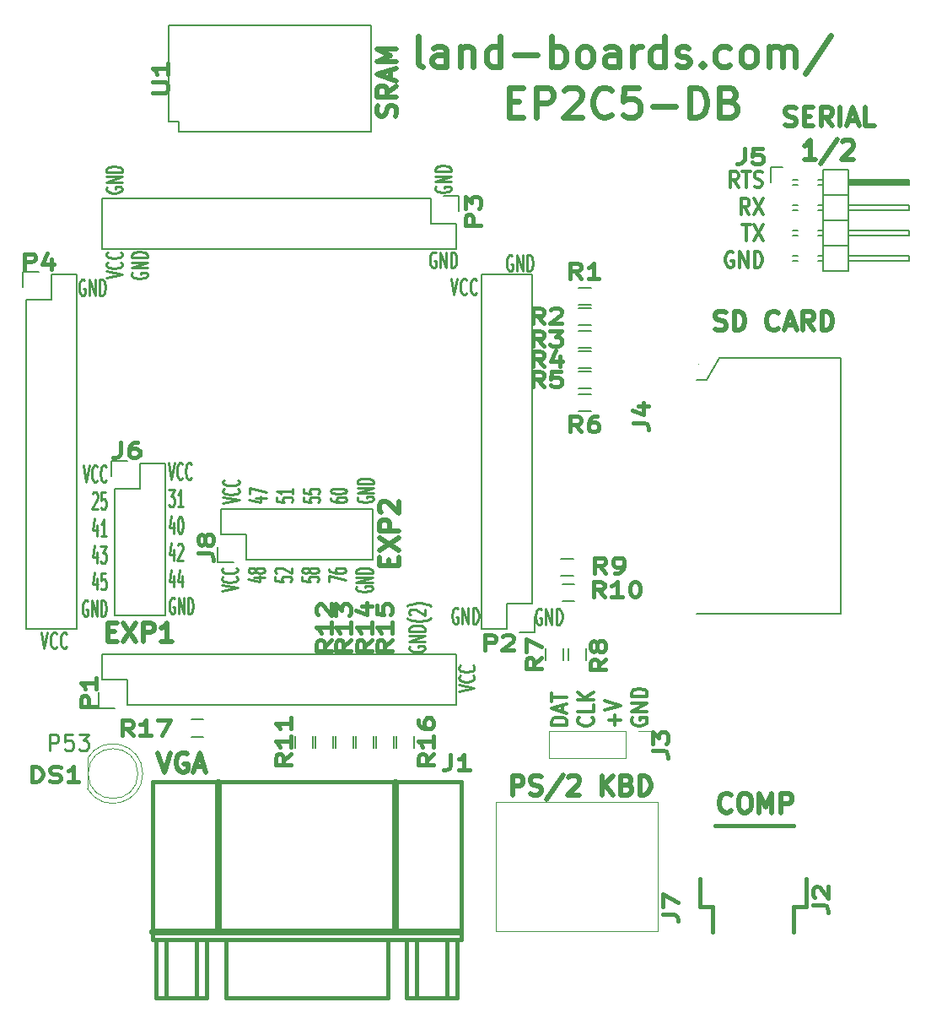
<source format=gbr>
G04 #@! TF.GenerationSoftware,KiCad,Pcbnew,(5.1.5)-3*
G04 #@! TF.CreationDate,2020-04-12T13:36:15-04:00*
G04 #@! TF.ProjectId,EP2C5-DB,45503243-352d-4444-922e-6b696361645f,X2*
G04 #@! TF.SameCoordinates,Original*
G04 #@! TF.FileFunction,Legend,Top*
G04 #@! TF.FilePolarity,Positive*
%FSLAX46Y46*%
G04 Gerber Fmt 4.6, Leading zero omitted, Abs format (unit mm)*
G04 Created by KiCad (PCBNEW (5.1.5)-3) date 2020-04-12 13:36:15*
%MOMM*%
%LPD*%
G04 APERTURE LIST*
%ADD10C,0.222250*%
%ADD11C,0.250000*%
%ADD12C,0.476250*%
%ADD13C,0.300000*%
%ADD14C,0.600000*%
%ADD15C,0.120000*%
%ADD16C,0.381000*%
%ADD17C,0.150000*%
%ADD18C,0.650000*%
%ADD19C,0.010000*%
G04 APERTURE END LIST*
D10*
X31211005Y-61619870D02*
X32862005Y-61323537D01*
X31211005Y-61027204D01*
X32704767Y-60222870D02*
X32783386Y-60265204D01*
X32862005Y-60392204D01*
X32862005Y-60476870D01*
X32783386Y-60603870D01*
X32626148Y-60688537D01*
X32468910Y-60730870D01*
X32154434Y-60773204D01*
X31918577Y-60773204D01*
X31604101Y-60730870D01*
X31446863Y-60688537D01*
X31289625Y-60603870D01*
X31211005Y-60476870D01*
X31211005Y-60392204D01*
X31289625Y-60265204D01*
X31368244Y-60222870D01*
X32704767Y-59333870D02*
X32783386Y-59376204D01*
X32862005Y-59503204D01*
X32862005Y-59587870D01*
X32783386Y-59714870D01*
X32626148Y-59799537D01*
X32468910Y-59841870D01*
X32154434Y-59884204D01*
X31918577Y-59884204D01*
X31604101Y-59841870D01*
X31446863Y-59799537D01*
X31289625Y-59714870D01*
X31211005Y-59587870D01*
X31211005Y-59503204D01*
X31289625Y-59376204D01*
X31368244Y-59333870D01*
X34460089Y-61111870D02*
X35560755Y-61111870D01*
X33831136Y-61323537D02*
X35010422Y-61535204D01*
X35010422Y-60984870D01*
X33909755Y-60730870D02*
X33909755Y-60138204D01*
X35560755Y-60519204D01*
X36608505Y-61069537D02*
X36608505Y-61492870D01*
X37394696Y-61535204D01*
X37316077Y-61492870D01*
X37237458Y-61408204D01*
X37237458Y-61196537D01*
X37316077Y-61111870D01*
X37394696Y-61069537D01*
X37551934Y-61027204D01*
X37945029Y-61027204D01*
X38102267Y-61069537D01*
X38180886Y-61111870D01*
X38259505Y-61196537D01*
X38259505Y-61408204D01*
X38180886Y-61492870D01*
X38102267Y-61535204D01*
X38259505Y-60180537D02*
X38259505Y-60688537D01*
X38259505Y-60434537D02*
X36608505Y-60434537D01*
X36844363Y-60519204D01*
X37001601Y-60603870D01*
X37080220Y-60688537D01*
X39307255Y-61069537D02*
X39307255Y-61492870D01*
X40093446Y-61535204D01*
X40014827Y-61492870D01*
X39936208Y-61408204D01*
X39936208Y-61196537D01*
X40014827Y-61111870D01*
X40093446Y-61069537D01*
X40250684Y-61027204D01*
X40643779Y-61027204D01*
X40801017Y-61069537D01*
X40879636Y-61111870D01*
X40958255Y-61196537D01*
X40958255Y-61408204D01*
X40879636Y-61492870D01*
X40801017Y-61535204D01*
X39307255Y-60222870D02*
X39307255Y-60646204D01*
X40093446Y-60688537D01*
X40014827Y-60646204D01*
X39936208Y-60561537D01*
X39936208Y-60349870D01*
X40014827Y-60265204D01*
X40093446Y-60222870D01*
X40250684Y-60180537D01*
X40643779Y-60180537D01*
X40801017Y-60222870D01*
X40879636Y-60265204D01*
X40958255Y-60349870D01*
X40958255Y-60561537D01*
X40879636Y-60646204D01*
X40801017Y-60688537D01*
X42006005Y-61111870D02*
X42006005Y-61281204D01*
X42084625Y-61365870D01*
X42163244Y-61408204D01*
X42399101Y-61492870D01*
X42713577Y-61535204D01*
X43342529Y-61535204D01*
X43499767Y-61492870D01*
X43578386Y-61450537D01*
X43657005Y-61365870D01*
X43657005Y-61196537D01*
X43578386Y-61111870D01*
X43499767Y-61069537D01*
X43342529Y-61027204D01*
X42949434Y-61027204D01*
X42792196Y-61069537D01*
X42713577Y-61111870D01*
X42634958Y-61196537D01*
X42634958Y-61365870D01*
X42713577Y-61450537D01*
X42792196Y-61492870D01*
X42949434Y-61535204D01*
X42006005Y-60476870D02*
X42006005Y-60392204D01*
X42084625Y-60307537D01*
X42163244Y-60265204D01*
X42320482Y-60222870D01*
X42634958Y-60180537D01*
X43028053Y-60180537D01*
X43342529Y-60222870D01*
X43499767Y-60265204D01*
X43578386Y-60307537D01*
X43657005Y-60392204D01*
X43657005Y-60476870D01*
X43578386Y-60561537D01*
X43499767Y-60603870D01*
X43342529Y-60646204D01*
X43028053Y-60688537D01*
X42634958Y-60688537D01*
X42320482Y-60646204D01*
X42163244Y-60603870D01*
X42084625Y-60561537D01*
X42006005Y-60476870D01*
X44783375Y-61027204D02*
X44704755Y-61111870D01*
X44704755Y-61238870D01*
X44783375Y-61365870D01*
X44940613Y-61450537D01*
X45097851Y-61492870D01*
X45412327Y-61535204D01*
X45648184Y-61535204D01*
X45962660Y-61492870D01*
X46119898Y-61450537D01*
X46277136Y-61365870D01*
X46355755Y-61238870D01*
X46355755Y-61154204D01*
X46277136Y-61027204D01*
X46198517Y-60984870D01*
X45648184Y-60984870D01*
X45648184Y-61154204D01*
X46355755Y-60603870D02*
X44704755Y-60603870D01*
X46355755Y-60095870D01*
X44704755Y-60095870D01*
X46355755Y-59672537D02*
X44704755Y-59672537D01*
X44704755Y-59460870D01*
X44783375Y-59333870D01*
X44940613Y-59249204D01*
X45097851Y-59206870D01*
X45412327Y-59164537D01*
X45648184Y-59164537D01*
X45962660Y-59206870D01*
X46119898Y-59249204D01*
X46277136Y-59333870D01*
X46355755Y-59460870D01*
X46355755Y-59672537D01*
X31084005Y-70417795D02*
X32735005Y-70121462D01*
X31084005Y-69825129D01*
X32577767Y-69020795D02*
X32656386Y-69063129D01*
X32735005Y-69190129D01*
X32735005Y-69274795D01*
X32656386Y-69401795D01*
X32499148Y-69486462D01*
X32341910Y-69528795D01*
X32027434Y-69571129D01*
X31791577Y-69571129D01*
X31477101Y-69528795D01*
X31319863Y-69486462D01*
X31162625Y-69401795D01*
X31084005Y-69274795D01*
X31084005Y-69190129D01*
X31162625Y-69063129D01*
X31241244Y-69020795D01*
X32577767Y-68131795D02*
X32656386Y-68174129D01*
X32735005Y-68301129D01*
X32735005Y-68385795D01*
X32656386Y-68512795D01*
X32499148Y-68597462D01*
X32341910Y-68639795D01*
X32027434Y-68682129D01*
X31791577Y-68682129D01*
X31477101Y-68639795D01*
X31319863Y-68597462D01*
X31162625Y-68512795D01*
X31084005Y-68385795D01*
X31084005Y-68301129D01*
X31162625Y-68174129D01*
X31241244Y-68131795D01*
X34333089Y-69063129D02*
X35433755Y-69063129D01*
X33704136Y-69274795D02*
X34883422Y-69486462D01*
X34883422Y-68936129D01*
X34490327Y-68470462D02*
X34411708Y-68555129D01*
X34333089Y-68597462D01*
X34175851Y-68639795D01*
X34097232Y-68639795D01*
X33939994Y-68597462D01*
X33861375Y-68555129D01*
X33782755Y-68470462D01*
X33782755Y-68301129D01*
X33861375Y-68216462D01*
X33939994Y-68174129D01*
X34097232Y-68131795D01*
X34175851Y-68131795D01*
X34333089Y-68174129D01*
X34411708Y-68216462D01*
X34490327Y-68301129D01*
X34490327Y-68470462D01*
X34568946Y-68555129D01*
X34647565Y-68597462D01*
X34804803Y-68639795D01*
X35119279Y-68639795D01*
X35276517Y-68597462D01*
X35355136Y-68555129D01*
X35433755Y-68470462D01*
X35433755Y-68301129D01*
X35355136Y-68216462D01*
X35276517Y-68174129D01*
X35119279Y-68131795D01*
X34804803Y-68131795D01*
X34647565Y-68174129D01*
X34568946Y-68216462D01*
X34490327Y-68301129D01*
X36481505Y-69020795D02*
X36481505Y-69444129D01*
X37267696Y-69486462D01*
X37189077Y-69444129D01*
X37110458Y-69359462D01*
X37110458Y-69147795D01*
X37189077Y-69063129D01*
X37267696Y-69020795D01*
X37424934Y-68978462D01*
X37818029Y-68978462D01*
X37975267Y-69020795D01*
X38053886Y-69063129D01*
X38132505Y-69147795D01*
X38132505Y-69359462D01*
X38053886Y-69444129D01*
X37975267Y-69486462D01*
X36638744Y-68639795D02*
X36560125Y-68597462D01*
X36481505Y-68512795D01*
X36481505Y-68301129D01*
X36560125Y-68216462D01*
X36638744Y-68174129D01*
X36795982Y-68131795D01*
X36953220Y-68131795D01*
X37189077Y-68174129D01*
X38132505Y-68682129D01*
X38132505Y-68131795D01*
X39180255Y-69020795D02*
X39180255Y-69444129D01*
X39966446Y-69486462D01*
X39887827Y-69444129D01*
X39809208Y-69359462D01*
X39809208Y-69147795D01*
X39887827Y-69063129D01*
X39966446Y-69020795D01*
X40123684Y-68978462D01*
X40516779Y-68978462D01*
X40674017Y-69020795D01*
X40752636Y-69063129D01*
X40831255Y-69147795D01*
X40831255Y-69359462D01*
X40752636Y-69444129D01*
X40674017Y-69486462D01*
X39887827Y-68470462D02*
X39809208Y-68555129D01*
X39730589Y-68597462D01*
X39573351Y-68639795D01*
X39494732Y-68639795D01*
X39337494Y-68597462D01*
X39258875Y-68555129D01*
X39180255Y-68470462D01*
X39180255Y-68301129D01*
X39258875Y-68216462D01*
X39337494Y-68174129D01*
X39494732Y-68131795D01*
X39573351Y-68131795D01*
X39730589Y-68174129D01*
X39809208Y-68216462D01*
X39887827Y-68301129D01*
X39887827Y-68470462D01*
X39966446Y-68555129D01*
X40045065Y-68597462D01*
X40202303Y-68639795D01*
X40516779Y-68639795D01*
X40674017Y-68597462D01*
X40752636Y-68555129D01*
X40831255Y-68470462D01*
X40831255Y-68301129D01*
X40752636Y-68216462D01*
X40674017Y-68174129D01*
X40516779Y-68131795D01*
X40202303Y-68131795D01*
X40045065Y-68174129D01*
X39966446Y-68216462D01*
X39887827Y-68301129D01*
X41879005Y-69528795D02*
X41879005Y-68936129D01*
X43530005Y-69317129D01*
X41879005Y-68216462D02*
X41879005Y-68385795D01*
X41957625Y-68470462D01*
X42036244Y-68512795D01*
X42272101Y-68597462D01*
X42586577Y-68639795D01*
X43215529Y-68639795D01*
X43372767Y-68597462D01*
X43451386Y-68555129D01*
X43530005Y-68470462D01*
X43530005Y-68301129D01*
X43451386Y-68216462D01*
X43372767Y-68174129D01*
X43215529Y-68131795D01*
X42822434Y-68131795D01*
X42665196Y-68174129D01*
X42586577Y-68216462D01*
X42507958Y-68301129D01*
X42507958Y-68470462D01*
X42586577Y-68555129D01*
X42665196Y-68597462D01*
X42822434Y-68639795D01*
X44656375Y-69994462D02*
X44577755Y-70079129D01*
X44577755Y-70206129D01*
X44656375Y-70333129D01*
X44813613Y-70417795D01*
X44970851Y-70460129D01*
X45285327Y-70502462D01*
X45521184Y-70502462D01*
X45835660Y-70460129D01*
X45992898Y-70417795D01*
X46150136Y-70333129D01*
X46228755Y-70206129D01*
X46228755Y-70121462D01*
X46150136Y-69994462D01*
X46071517Y-69952129D01*
X45521184Y-69952129D01*
X45521184Y-70121462D01*
X46228755Y-69571129D02*
X44577755Y-69571129D01*
X46228755Y-69063129D01*
X44577755Y-69063129D01*
X46228755Y-68639795D02*
X44577755Y-68639795D01*
X44577755Y-68428129D01*
X44656375Y-68301129D01*
X44813613Y-68216462D01*
X44970851Y-68174129D01*
X45285327Y-68131795D01*
X45521184Y-68131795D01*
X45835660Y-68174129D01*
X45992898Y-68216462D01*
X46150136Y-68301129D01*
X46228755Y-68428129D01*
X46228755Y-68639795D01*
X17212204Y-57881005D02*
X17508537Y-59532005D01*
X17804870Y-57881005D01*
X18609204Y-59374767D02*
X18566870Y-59453386D01*
X18439870Y-59532005D01*
X18355204Y-59532005D01*
X18228204Y-59453386D01*
X18143537Y-59296148D01*
X18101204Y-59138910D01*
X18058870Y-58824434D01*
X18058870Y-58588577D01*
X18101204Y-58274101D01*
X18143537Y-58116863D01*
X18228204Y-57959625D01*
X18355204Y-57881005D01*
X18439870Y-57881005D01*
X18566870Y-57959625D01*
X18609204Y-58038244D01*
X19498204Y-59374767D02*
X19455870Y-59453386D01*
X19328870Y-59532005D01*
X19244204Y-59532005D01*
X19117204Y-59453386D01*
X19032537Y-59296148D01*
X18990204Y-59138910D01*
X18947870Y-58824434D01*
X18947870Y-58588577D01*
X18990204Y-58274101D01*
X19032537Y-58116863D01*
X19117204Y-57959625D01*
X19244204Y-57881005D01*
X19328870Y-57881005D01*
X19455870Y-57959625D01*
X19498204Y-58038244D01*
X18143537Y-60736994D02*
X18185870Y-60658375D01*
X18270537Y-60579755D01*
X18482204Y-60579755D01*
X18566870Y-60658375D01*
X18609204Y-60736994D01*
X18651537Y-60894232D01*
X18651537Y-61051470D01*
X18609204Y-61287327D01*
X18101204Y-62230755D01*
X18651537Y-62230755D01*
X19455870Y-60579755D02*
X19032537Y-60579755D01*
X18990204Y-61365946D01*
X19032537Y-61287327D01*
X19117204Y-61208708D01*
X19328870Y-61208708D01*
X19413537Y-61287327D01*
X19455870Y-61365946D01*
X19498204Y-61523184D01*
X19498204Y-61916279D01*
X19455870Y-62073517D01*
X19413537Y-62152136D01*
X19328870Y-62230755D01*
X19117204Y-62230755D01*
X19032537Y-62152136D01*
X18990204Y-62073517D01*
X18566870Y-63828839D02*
X18566870Y-64929505D01*
X18355204Y-63199886D02*
X18143537Y-64379172D01*
X18693870Y-64379172D01*
X19498204Y-64929505D02*
X18990204Y-64929505D01*
X19244204Y-64929505D02*
X19244204Y-63278505D01*
X19159537Y-63514363D01*
X19074870Y-63671601D01*
X18990204Y-63750220D01*
X18566870Y-66527589D02*
X18566870Y-67628255D01*
X18355204Y-65898636D02*
X18143537Y-67077922D01*
X18693870Y-67077922D01*
X18947870Y-65977255D02*
X19498204Y-65977255D01*
X19201870Y-66606208D01*
X19328870Y-66606208D01*
X19413537Y-66684827D01*
X19455870Y-66763446D01*
X19498204Y-66920684D01*
X19498204Y-67313779D01*
X19455870Y-67471017D01*
X19413537Y-67549636D01*
X19328870Y-67628255D01*
X19074870Y-67628255D01*
X18990204Y-67549636D01*
X18947870Y-67471017D01*
X18566870Y-69226339D02*
X18566870Y-70327005D01*
X18355204Y-68597386D02*
X18143537Y-69776672D01*
X18693870Y-69776672D01*
X19455870Y-68676005D02*
X19032537Y-68676005D01*
X18990204Y-69462196D01*
X19032537Y-69383577D01*
X19117204Y-69304958D01*
X19328870Y-69304958D01*
X19413537Y-69383577D01*
X19455870Y-69462196D01*
X19498204Y-69619434D01*
X19498204Y-70012529D01*
X19455870Y-70169767D01*
X19413537Y-70248386D01*
X19328870Y-70327005D01*
X19117204Y-70327005D01*
X19032537Y-70248386D01*
X18990204Y-70169767D01*
X17635537Y-71453375D02*
X17550870Y-71374755D01*
X17423870Y-71374755D01*
X17296870Y-71453375D01*
X17212204Y-71610613D01*
X17169870Y-71767851D01*
X17127537Y-72082327D01*
X17127537Y-72318184D01*
X17169870Y-72632660D01*
X17212204Y-72789898D01*
X17296870Y-72947136D01*
X17423870Y-73025755D01*
X17508537Y-73025755D01*
X17635537Y-72947136D01*
X17677870Y-72868517D01*
X17677870Y-72318184D01*
X17508537Y-72318184D01*
X18058870Y-73025755D02*
X18058870Y-71374755D01*
X18566870Y-73025755D01*
X18566870Y-71374755D01*
X18990204Y-73025755D02*
X18990204Y-71374755D01*
X19201870Y-71374755D01*
X19328870Y-71453375D01*
X19413537Y-71610613D01*
X19455870Y-71767851D01*
X19498204Y-72082327D01*
X19498204Y-72318184D01*
X19455870Y-72632660D01*
X19413537Y-72789898D01*
X19328870Y-72947136D01*
X19201870Y-73025755D01*
X18990204Y-73025755D01*
D11*
X12954166Y-74632154D02*
X13287500Y-76219654D01*
X13620833Y-74632154D01*
X14525595Y-76068464D02*
X14477976Y-76144059D01*
X14335119Y-76219654D01*
X14239880Y-76219654D01*
X14097023Y-76144059D01*
X14001785Y-75992869D01*
X13954166Y-75841678D01*
X13906547Y-75539297D01*
X13906547Y-75312511D01*
X13954166Y-75010130D01*
X14001785Y-74858940D01*
X14097023Y-74707750D01*
X14239880Y-74632154D01*
X14335119Y-74632154D01*
X14477976Y-74707750D01*
X14525595Y-74783345D01*
X15525595Y-76068464D02*
X15477976Y-76144059D01*
X15335119Y-76219654D01*
X15239880Y-76219654D01*
X15097023Y-76144059D01*
X15001785Y-75992869D01*
X14954166Y-75841678D01*
X14906547Y-75539297D01*
X14906547Y-75312511D01*
X14954166Y-75010130D01*
X15001785Y-74858940D01*
X15097023Y-74707750D01*
X15239880Y-74632154D01*
X15335119Y-74632154D01*
X15477976Y-74707750D01*
X15525595Y-74783345D01*
X17335595Y-39274750D02*
X17240357Y-39199154D01*
X17097500Y-39199154D01*
X16954642Y-39274750D01*
X16859404Y-39425940D01*
X16811785Y-39577130D01*
X16764166Y-39879511D01*
X16764166Y-40106297D01*
X16811785Y-40408678D01*
X16859404Y-40559869D01*
X16954642Y-40711059D01*
X17097500Y-40786654D01*
X17192738Y-40786654D01*
X17335595Y-40711059D01*
X17383214Y-40635464D01*
X17383214Y-40106297D01*
X17192738Y-40106297D01*
X17811785Y-40786654D02*
X17811785Y-39199154D01*
X18383214Y-40786654D01*
X18383214Y-39199154D01*
X18859404Y-40786654D02*
X18859404Y-39199154D01*
X19097500Y-39199154D01*
X19240357Y-39274750D01*
X19335595Y-39425940D01*
X19383214Y-39577130D01*
X19430833Y-39879511D01*
X19430833Y-40106297D01*
X19383214Y-40408678D01*
X19335595Y-40559869D01*
X19240357Y-40711059D01*
X19097500Y-40786654D01*
X18859404Y-40786654D01*
X19514154Y-39052333D02*
X21101654Y-38719000D01*
X19514154Y-38385666D01*
X20950464Y-37480904D02*
X21026059Y-37528523D01*
X21101654Y-37671380D01*
X21101654Y-37766619D01*
X21026059Y-37909476D01*
X20874869Y-38004714D01*
X20723678Y-38052333D01*
X20421297Y-38099952D01*
X20194511Y-38099952D01*
X19892130Y-38052333D01*
X19740940Y-38004714D01*
X19589750Y-37909476D01*
X19514154Y-37766619D01*
X19514154Y-37671380D01*
X19589750Y-37528523D01*
X19665345Y-37480904D01*
X20950464Y-36480904D02*
X21026059Y-36528523D01*
X21101654Y-36671380D01*
X21101654Y-36766619D01*
X21026059Y-36909476D01*
X20874869Y-37004714D01*
X20723678Y-37052333D01*
X20421297Y-37099952D01*
X20194511Y-37099952D01*
X19892130Y-37052333D01*
X19740940Y-37004714D01*
X19589750Y-36909476D01*
X19514154Y-36766619D01*
X19514154Y-36671380D01*
X19589750Y-36528523D01*
X19665345Y-36480904D01*
X19589750Y-29971904D02*
X19514154Y-30067142D01*
X19514154Y-30210000D01*
X19589750Y-30352857D01*
X19740940Y-30448095D01*
X19892130Y-30495714D01*
X20194511Y-30543333D01*
X20421297Y-30543333D01*
X20723678Y-30495714D01*
X20874869Y-30448095D01*
X21026059Y-30352857D01*
X21101654Y-30210000D01*
X21101654Y-30114761D01*
X21026059Y-29971904D01*
X20950464Y-29924285D01*
X20421297Y-29924285D01*
X20421297Y-30114761D01*
X21101654Y-29495714D02*
X19514154Y-29495714D01*
X21101654Y-28924285D01*
X19514154Y-28924285D01*
X21101654Y-28448095D02*
X19514154Y-28448095D01*
X19514154Y-28210000D01*
X19589750Y-28067142D01*
X19740940Y-27971904D01*
X19892130Y-27924285D01*
X20194511Y-27876666D01*
X20421297Y-27876666D01*
X20723678Y-27924285D01*
X20874869Y-27971904D01*
X21026059Y-28067142D01*
X21101654Y-28210000D01*
X21101654Y-28448095D01*
X22129750Y-38544404D02*
X22054154Y-38639642D01*
X22054154Y-38782500D01*
X22129750Y-38925357D01*
X22280940Y-39020595D01*
X22432130Y-39068214D01*
X22734511Y-39115833D01*
X22961297Y-39115833D01*
X23263678Y-39068214D01*
X23414869Y-39020595D01*
X23566059Y-38925357D01*
X23641654Y-38782500D01*
X23641654Y-38687261D01*
X23566059Y-38544404D01*
X23490464Y-38496785D01*
X22961297Y-38496785D01*
X22961297Y-38687261D01*
X23641654Y-38068214D02*
X22054154Y-38068214D01*
X23641654Y-37496785D01*
X22054154Y-37496785D01*
X23641654Y-37020595D02*
X22054154Y-37020595D01*
X22054154Y-36782500D01*
X22129750Y-36639642D01*
X22280940Y-36544404D01*
X22432130Y-36496785D01*
X22734511Y-36449166D01*
X22961297Y-36449166D01*
X23263678Y-36496785D01*
X23414869Y-36544404D01*
X23566059Y-36639642D01*
X23641654Y-36782500D01*
X23641654Y-37020595D01*
X52578095Y-36544250D02*
X52482857Y-36468654D01*
X52340000Y-36468654D01*
X52197142Y-36544250D01*
X52101904Y-36695440D01*
X52054285Y-36846630D01*
X52006666Y-37149011D01*
X52006666Y-37375797D01*
X52054285Y-37678178D01*
X52101904Y-37829369D01*
X52197142Y-37980559D01*
X52340000Y-38056154D01*
X52435238Y-38056154D01*
X52578095Y-37980559D01*
X52625714Y-37904964D01*
X52625714Y-37375797D01*
X52435238Y-37375797D01*
X53054285Y-38056154D02*
X53054285Y-36468654D01*
X53625714Y-38056154D01*
X53625714Y-36468654D01*
X54101904Y-38056154D02*
X54101904Y-36468654D01*
X54340000Y-36468654D01*
X54482857Y-36544250D01*
X54578095Y-36695440D01*
X54625714Y-36846630D01*
X54673333Y-37149011D01*
X54673333Y-37375797D01*
X54625714Y-37678178D01*
X54578095Y-37829369D01*
X54482857Y-37980559D01*
X54340000Y-38056154D01*
X54101904Y-38056154D01*
X52609750Y-29908404D02*
X52534154Y-30003642D01*
X52534154Y-30146500D01*
X52609750Y-30289357D01*
X52760940Y-30384595D01*
X52912130Y-30432214D01*
X53214511Y-30479833D01*
X53441297Y-30479833D01*
X53743678Y-30432214D01*
X53894869Y-30384595D01*
X54046059Y-30289357D01*
X54121654Y-30146500D01*
X54121654Y-30051261D01*
X54046059Y-29908404D01*
X53970464Y-29860785D01*
X53441297Y-29860785D01*
X53441297Y-30051261D01*
X54121654Y-29432214D02*
X52534154Y-29432214D01*
X54121654Y-28860785D01*
X52534154Y-28860785D01*
X54121654Y-28384595D02*
X52534154Y-28384595D01*
X52534154Y-28146500D01*
X52609750Y-28003642D01*
X52760940Y-27908404D01*
X52912130Y-27860785D01*
X53214511Y-27813166D01*
X53441297Y-27813166D01*
X53743678Y-27860785D01*
X53894869Y-27908404D01*
X54046059Y-28003642D01*
X54121654Y-28146500D01*
X54121654Y-28384595D01*
X60261595Y-36861750D02*
X60166357Y-36786154D01*
X60023500Y-36786154D01*
X59880642Y-36861750D01*
X59785404Y-37012940D01*
X59737785Y-37164130D01*
X59690166Y-37466511D01*
X59690166Y-37693297D01*
X59737785Y-37995678D01*
X59785404Y-38146869D01*
X59880642Y-38298059D01*
X60023500Y-38373654D01*
X60118738Y-38373654D01*
X60261595Y-38298059D01*
X60309214Y-38222464D01*
X60309214Y-37693297D01*
X60118738Y-37693297D01*
X60737785Y-38373654D02*
X60737785Y-36786154D01*
X61309214Y-38373654D01*
X61309214Y-36786154D01*
X61785404Y-38373654D02*
X61785404Y-36786154D01*
X62023500Y-36786154D01*
X62166357Y-36861750D01*
X62261595Y-37012940D01*
X62309214Y-37164130D01*
X62356833Y-37466511D01*
X62356833Y-37693297D01*
X62309214Y-37995678D01*
X62261595Y-38146869D01*
X62166357Y-38298059D01*
X62023500Y-38373654D01*
X61785404Y-38373654D01*
X54102166Y-39135654D02*
X54435500Y-40723154D01*
X54768833Y-39135654D01*
X55673595Y-40571964D02*
X55625976Y-40647559D01*
X55483119Y-40723154D01*
X55387880Y-40723154D01*
X55245023Y-40647559D01*
X55149785Y-40496369D01*
X55102166Y-40345178D01*
X55054547Y-40042797D01*
X55054547Y-39816011D01*
X55102166Y-39513630D01*
X55149785Y-39362440D01*
X55245023Y-39211250D01*
X55387880Y-39135654D01*
X55483119Y-39135654D01*
X55625976Y-39211250D01*
X55673595Y-39286845D01*
X56673595Y-40571964D02*
X56625976Y-40647559D01*
X56483119Y-40723154D01*
X56387880Y-40723154D01*
X56245023Y-40647559D01*
X56149785Y-40496369D01*
X56102166Y-40345178D01*
X56054547Y-40042797D01*
X56054547Y-39816011D01*
X56102166Y-39513630D01*
X56149785Y-39362440D01*
X56245023Y-39211250D01*
X56387880Y-39135654D01*
X56483119Y-39135654D01*
X56625976Y-39211250D01*
X56673595Y-39286845D01*
X63182595Y-72294750D02*
X63087357Y-72219154D01*
X62944500Y-72219154D01*
X62801642Y-72294750D01*
X62706404Y-72445940D01*
X62658785Y-72597130D01*
X62611166Y-72899511D01*
X62611166Y-73126297D01*
X62658785Y-73428678D01*
X62706404Y-73579869D01*
X62801642Y-73731059D01*
X62944500Y-73806654D01*
X63039738Y-73806654D01*
X63182595Y-73731059D01*
X63230214Y-73655464D01*
X63230214Y-73126297D01*
X63039738Y-73126297D01*
X63658785Y-73806654D02*
X63658785Y-72219154D01*
X64230214Y-73806654D01*
X64230214Y-72219154D01*
X64706404Y-73806654D02*
X64706404Y-72219154D01*
X64944500Y-72219154D01*
X65087357Y-72294750D01*
X65182595Y-72445940D01*
X65230214Y-72597130D01*
X65277833Y-72899511D01*
X65277833Y-73126297D01*
X65230214Y-73428678D01*
X65182595Y-73579869D01*
X65087357Y-73731059D01*
X64944500Y-73806654D01*
X64706404Y-73806654D01*
X54800595Y-72231250D02*
X54705357Y-72155654D01*
X54562500Y-72155654D01*
X54419642Y-72231250D01*
X54324404Y-72382440D01*
X54276785Y-72533630D01*
X54229166Y-72836011D01*
X54229166Y-73062797D01*
X54276785Y-73365178D01*
X54324404Y-73516369D01*
X54419642Y-73667559D01*
X54562500Y-73743154D01*
X54657738Y-73743154D01*
X54800595Y-73667559D01*
X54848214Y-73591964D01*
X54848214Y-73062797D01*
X54657738Y-73062797D01*
X55276785Y-73743154D02*
X55276785Y-72155654D01*
X55848214Y-73743154D01*
X55848214Y-72155654D01*
X56324404Y-73743154D02*
X56324404Y-72155654D01*
X56562500Y-72155654D01*
X56705357Y-72231250D01*
X56800595Y-72382440D01*
X56848214Y-72533630D01*
X56895833Y-72836011D01*
X56895833Y-73062797D01*
X56848214Y-73365178D01*
X56800595Y-73516369D01*
X56705357Y-73667559D01*
X56562500Y-73743154D01*
X56324404Y-73743154D01*
X54883654Y-80517833D02*
X56471154Y-80184500D01*
X54883654Y-79851166D01*
X56319964Y-78946404D02*
X56395559Y-78994023D01*
X56471154Y-79136880D01*
X56471154Y-79232119D01*
X56395559Y-79374976D01*
X56244369Y-79470214D01*
X56093178Y-79517833D01*
X55790797Y-79565452D01*
X55564011Y-79565452D01*
X55261630Y-79517833D01*
X55110440Y-79470214D01*
X54959250Y-79374976D01*
X54883654Y-79232119D01*
X54883654Y-79136880D01*
X54959250Y-78994023D01*
X55034845Y-78946404D01*
X56319964Y-77946404D02*
X56395559Y-77994023D01*
X56471154Y-78136880D01*
X56471154Y-78232119D01*
X56395559Y-78374976D01*
X56244369Y-78470214D01*
X56093178Y-78517833D01*
X55790797Y-78565452D01*
X55564011Y-78565452D01*
X55261630Y-78517833D01*
X55110440Y-78470214D01*
X54959250Y-78374976D01*
X54883654Y-78232119D01*
X54883654Y-78136880D01*
X54959250Y-77994023D01*
X55034845Y-77946404D01*
X50006250Y-76009261D02*
X49930654Y-76104500D01*
X49930654Y-76247357D01*
X50006250Y-76390214D01*
X50157440Y-76485452D01*
X50308630Y-76533071D01*
X50611011Y-76580690D01*
X50837797Y-76580690D01*
X51140178Y-76533071D01*
X51291369Y-76485452D01*
X51442559Y-76390214D01*
X51518154Y-76247357D01*
X51518154Y-76152119D01*
X51442559Y-76009261D01*
X51366964Y-75961642D01*
X50837797Y-75961642D01*
X50837797Y-76152119D01*
X51518154Y-75533071D02*
X49930654Y-75533071D01*
X51518154Y-74961642D01*
X49930654Y-74961642D01*
X51518154Y-74485452D02*
X49930654Y-74485452D01*
X49930654Y-74247357D01*
X50006250Y-74104500D01*
X50157440Y-74009261D01*
X50308630Y-73961642D01*
X50611011Y-73914023D01*
X50837797Y-73914023D01*
X51140178Y-73961642D01*
X51291369Y-74009261D01*
X51442559Y-74104500D01*
X51518154Y-74247357D01*
X51518154Y-74485452D01*
X52122916Y-73199738D02*
X52047321Y-73247357D01*
X51820535Y-73342595D01*
X51669345Y-73390214D01*
X51442559Y-73437833D01*
X51064583Y-73485452D01*
X50762202Y-73485452D01*
X50384226Y-73437833D01*
X50157440Y-73390214D01*
X50006250Y-73342595D01*
X49779464Y-73247357D01*
X49703869Y-73199738D01*
X50081845Y-72866404D02*
X50006250Y-72818785D01*
X49930654Y-72723547D01*
X49930654Y-72485452D01*
X50006250Y-72390214D01*
X50081845Y-72342595D01*
X50233035Y-72294976D01*
X50384226Y-72294976D01*
X50611011Y-72342595D01*
X51518154Y-72914023D01*
X51518154Y-72294976D01*
X52122916Y-71961642D02*
X52047321Y-71914023D01*
X51820535Y-71818785D01*
X51669345Y-71771166D01*
X51442559Y-71723547D01*
X51064583Y-71675928D01*
X50762202Y-71675928D01*
X50384226Y-71723547D01*
X50157440Y-71771166D01*
X50006250Y-71818785D01*
X49779464Y-71914023D01*
X49703869Y-71961642D01*
X13820321Y-86443154D02*
X13820321Y-84855654D01*
X14425083Y-84855654D01*
X14576273Y-84931250D01*
X14651869Y-85006845D01*
X14727464Y-85158035D01*
X14727464Y-85384821D01*
X14651869Y-85536011D01*
X14576273Y-85611607D01*
X14425083Y-85687202D01*
X13820321Y-85687202D01*
X16163773Y-84855654D02*
X15407821Y-84855654D01*
X15332226Y-85611607D01*
X15407821Y-85536011D01*
X15559011Y-85460416D01*
X15936988Y-85460416D01*
X16088178Y-85536011D01*
X16163773Y-85611607D01*
X16239369Y-85762797D01*
X16239369Y-86140773D01*
X16163773Y-86291964D01*
X16088178Y-86367559D01*
X15936988Y-86443154D01*
X15559011Y-86443154D01*
X15407821Y-86367559D01*
X15332226Y-86291964D01*
X16768535Y-84855654D02*
X17751273Y-84855654D01*
X17222107Y-85460416D01*
X17448892Y-85460416D01*
X17600083Y-85536011D01*
X17675678Y-85611607D01*
X17751273Y-85762797D01*
X17751273Y-86140773D01*
X17675678Y-86291964D01*
X17600083Y-86367559D01*
X17448892Y-86443154D01*
X16995321Y-86443154D01*
X16844130Y-86367559D01*
X16768535Y-86291964D01*
D12*
X19685000Y-74539928D02*
X20320000Y-74539928D01*
X20592142Y-75537785D02*
X19685000Y-75537785D01*
X19685000Y-73632785D01*
X20592142Y-73632785D01*
X21227142Y-73632785D02*
X22497142Y-75537785D01*
X22497142Y-73632785D02*
X21227142Y-75537785D01*
X23222857Y-75537785D02*
X23222857Y-73632785D01*
X23948571Y-73632785D01*
X24130000Y-73723500D01*
X24220714Y-73814214D01*
X24311428Y-73995642D01*
X24311428Y-74267785D01*
X24220714Y-74449214D01*
X24130000Y-74539928D01*
X23948571Y-74630642D01*
X23222857Y-74630642D01*
X26125714Y-75537785D02*
X25037142Y-75537785D01*
X25581428Y-75537785D02*
X25581428Y-73632785D01*
X25400000Y-73904928D01*
X25218571Y-74086357D01*
X25037142Y-74177071D01*
D10*
X25756129Y-57627005D02*
X26052462Y-59278005D01*
X26348795Y-57627005D01*
X27153129Y-59120767D02*
X27110795Y-59199386D01*
X26983795Y-59278005D01*
X26899129Y-59278005D01*
X26772129Y-59199386D01*
X26687462Y-59042148D01*
X26645129Y-58884910D01*
X26602795Y-58570434D01*
X26602795Y-58334577D01*
X26645129Y-58020101D01*
X26687462Y-57862863D01*
X26772129Y-57705625D01*
X26899129Y-57627005D01*
X26983795Y-57627005D01*
X27110795Y-57705625D01*
X27153129Y-57784244D01*
X28042129Y-59120767D02*
X27999795Y-59199386D01*
X27872795Y-59278005D01*
X27788129Y-59278005D01*
X27661129Y-59199386D01*
X27576462Y-59042148D01*
X27534129Y-58884910D01*
X27491795Y-58570434D01*
X27491795Y-58334577D01*
X27534129Y-58020101D01*
X27576462Y-57862863D01*
X27661129Y-57705625D01*
X27788129Y-57627005D01*
X27872795Y-57627005D01*
X27999795Y-57705625D01*
X28042129Y-57784244D01*
X25798462Y-60325755D02*
X26348795Y-60325755D01*
X26052462Y-60954708D01*
X26179462Y-60954708D01*
X26264129Y-61033327D01*
X26306462Y-61111946D01*
X26348795Y-61269184D01*
X26348795Y-61662279D01*
X26306462Y-61819517D01*
X26264129Y-61898136D01*
X26179462Y-61976755D01*
X25925462Y-61976755D01*
X25840795Y-61898136D01*
X25798462Y-61819517D01*
X27195462Y-61976755D02*
X26687462Y-61976755D01*
X26941462Y-61976755D02*
X26941462Y-60325755D01*
X26856795Y-60561613D01*
X26772129Y-60718851D01*
X26687462Y-60797470D01*
X26264129Y-63574839D02*
X26264129Y-64675505D01*
X26052462Y-62945886D02*
X25840795Y-64125172D01*
X26391129Y-64125172D01*
X26899129Y-63024505D02*
X26983795Y-63024505D01*
X27068462Y-63103125D01*
X27110795Y-63181744D01*
X27153129Y-63338982D01*
X27195462Y-63653458D01*
X27195462Y-64046553D01*
X27153129Y-64361029D01*
X27110795Y-64518267D01*
X27068462Y-64596886D01*
X26983795Y-64675505D01*
X26899129Y-64675505D01*
X26814462Y-64596886D01*
X26772129Y-64518267D01*
X26729795Y-64361029D01*
X26687462Y-64046553D01*
X26687462Y-63653458D01*
X26729795Y-63338982D01*
X26772129Y-63181744D01*
X26814462Y-63103125D01*
X26899129Y-63024505D01*
X26264129Y-66273589D02*
X26264129Y-67374255D01*
X26052462Y-65644636D02*
X25840795Y-66823922D01*
X26391129Y-66823922D01*
X26687462Y-65880494D02*
X26729795Y-65801875D01*
X26814462Y-65723255D01*
X27026129Y-65723255D01*
X27110795Y-65801875D01*
X27153129Y-65880494D01*
X27195462Y-66037732D01*
X27195462Y-66194970D01*
X27153129Y-66430827D01*
X26645129Y-67374255D01*
X27195462Y-67374255D01*
X26264129Y-68972339D02*
X26264129Y-70073005D01*
X26052462Y-68343386D02*
X25840795Y-69522672D01*
X26391129Y-69522672D01*
X27110795Y-68972339D02*
X27110795Y-70073005D01*
X26899129Y-68343386D02*
X26687462Y-69522672D01*
X27237795Y-69522672D01*
X26348795Y-71199375D02*
X26264129Y-71120755D01*
X26137129Y-71120755D01*
X26010129Y-71199375D01*
X25925462Y-71356613D01*
X25883129Y-71513851D01*
X25840795Y-71828327D01*
X25840795Y-72064184D01*
X25883129Y-72378660D01*
X25925462Y-72535898D01*
X26010129Y-72693136D01*
X26137129Y-72771755D01*
X26221795Y-72771755D01*
X26348795Y-72693136D01*
X26391129Y-72614517D01*
X26391129Y-72064184D01*
X26221795Y-72064184D01*
X26772129Y-72771755D02*
X26772129Y-71120755D01*
X27280129Y-72771755D01*
X27280129Y-71120755D01*
X27703462Y-72771755D02*
X27703462Y-71120755D01*
X27915129Y-71120755D01*
X28042129Y-71199375D01*
X28126795Y-71356613D01*
X28169129Y-71513851D01*
X28211462Y-71828327D01*
X28211462Y-72064184D01*
X28169129Y-72378660D01*
X28126795Y-72535898D01*
X28042129Y-72693136D01*
X27915129Y-72771755D01*
X27703462Y-72771755D01*
D12*
X80654071Y-44205071D02*
X80926214Y-44295785D01*
X81379785Y-44295785D01*
X81561214Y-44205071D01*
X81651928Y-44114357D01*
X81742642Y-43932928D01*
X81742642Y-43751500D01*
X81651928Y-43570071D01*
X81561214Y-43479357D01*
X81379785Y-43388642D01*
X81016928Y-43297928D01*
X80835500Y-43207214D01*
X80744785Y-43116500D01*
X80654071Y-42935071D01*
X80654071Y-42753642D01*
X80744785Y-42572214D01*
X80835500Y-42481500D01*
X81016928Y-42390785D01*
X81470500Y-42390785D01*
X81742642Y-42481500D01*
X82559071Y-44295785D02*
X82559071Y-42390785D01*
X83012642Y-42390785D01*
X83284785Y-42481500D01*
X83466214Y-42662928D01*
X83556928Y-42844357D01*
X83647642Y-43207214D01*
X83647642Y-43479357D01*
X83556928Y-43842214D01*
X83466214Y-44023642D01*
X83284785Y-44205071D01*
X83012642Y-44295785D01*
X82559071Y-44295785D01*
X87004071Y-44114357D02*
X86913357Y-44205071D01*
X86641214Y-44295785D01*
X86459785Y-44295785D01*
X86187642Y-44205071D01*
X86006214Y-44023642D01*
X85915500Y-43842214D01*
X85824785Y-43479357D01*
X85824785Y-43207214D01*
X85915500Y-42844357D01*
X86006214Y-42662928D01*
X86187642Y-42481500D01*
X86459785Y-42390785D01*
X86641214Y-42390785D01*
X86913357Y-42481500D01*
X87004071Y-42572214D01*
X87729785Y-43751500D02*
X88636928Y-43751500D01*
X87548357Y-44295785D02*
X88183357Y-42390785D01*
X88818357Y-44295785D01*
X90541928Y-44295785D02*
X89906928Y-43388642D01*
X89453357Y-44295785D02*
X89453357Y-42390785D01*
X90179071Y-42390785D01*
X90360500Y-42481500D01*
X90451214Y-42572214D01*
X90541928Y-42753642D01*
X90541928Y-43025785D01*
X90451214Y-43207214D01*
X90360500Y-43297928D01*
X90179071Y-43388642D01*
X89453357Y-43388642D01*
X91358357Y-44295785D02*
X91358357Y-42390785D01*
X91811928Y-42390785D01*
X92084071Y-42481500D01*
X92265500Y-42662928D01*
X92356214Y-42844357D01*
X92446928Y-43207214D01*
X92446928Y-43479357D01*
X92356214Y-43842214D01*
X92265500Y-44023642D01*
X92084071Y-44205071D01*
X91811928Y-44295785D01*
X91358357Y-44295785D01*
D13*
X82996047Y-29970279D02*
X82530380Y-29214327D01*
X82197761Y-29970279D02*
X82197761Y-28382779D01*
X82729952Y-28382779D01*
X82863000Y-28458375D01*
X82929523Y-28533970D01*
X82996047Y-28685160D01*
X82996047Y-28911946D01*
X82929523Y-29063136D01*
X82863000Y-29138732D01*
X82729952Y-29214327D01*
X82197761Y-29214327D01*
X83395190Y-28382779D02*
X84193476Y-28382779D01*
X83794333Y-29970279D02*
X83794333Y-28382779D01*
X84592619Y-29894684D02*
X84792190Y-29970279D01*
X85124809Y-29970279D01*
X85257857Y-29894684D01*
X85324380Y-29819089D01*
X85390904Y-29667898D01*
X85390904Y-29516708D01*
X85324380Y-29365517D01*
X85257857Y-29289922D01*
X85124809Y-29214327D01*
X84858714Y-29138732D01*
X84725666Y-29063136D01*
X84659142Y-28987541D01*
X84592619Y-28836351D01*
X84592619Y-28685160D01*
X84659142Y-28533970D01*
X84725666Y-28458375D01*
X84858714Y-28382779D01*
X85191333Y-28382779D01*
X85390904Y-28458375D01*
X84060428Y-32651529D02*
X83594761Y-31895577D01*
X83262142Y-32651529D02*
X83262142Y-31064029D01*
X83794333Y-31064029D01*
X83927380Y-31139625D01*
X83993904Y-31215220D01*
X84060428Y-31366410D01*
X84060428Y-31593196D01*
X83993904Y-31744386D01*
X83927380Y-31819982D01*
X83794333Y-31895577D01*
X83262142Y-31895577D01*
X84526095Y-31064029D02*
X85457428Y-32651529D01*
X85457428Y-31064029D02*
X84526095Y-32651529D01*
X83395190Y-33745279D02*
X84193476Y-33745279D01*
X83794333Y-35332779D02*
X83794333Y-33745279D01*
X84526095Y-33745279D02*
X85457428Y-35332779D01*
X85457428Y-33745279D02*
X84526095Y-35332779D01*
X82463857Y-36502125D02*
X82330809Y-36426529D01*
X82131238Y-36426529D01*
X81931666Y-36502125D01*
X81798619Y-36653315D01*
X81732095Y-36804505D01*
X81665571Y-37106886D01*
X81665571Y-37333672D01*
X81732095Y-37636053D01*
X81798619Y-37787244D01*
X81931666Y-37938434D01*
X82131238Y-38014029D01*
X82264285Y-38014029D01*
X82463857Y-37938434D01*
X82530380Y-37862839D01*
X82530380Y-37333672D01*
X82264285Y-37333672D01*
X83129095Y-38014029D02*
X83129095Y-36426529D01*
X83927380Y-38014029D01*
X83927380Y-36426529D01*
X84592619Y-38014029D02*
X84592619Y-36426529D01*
X84925238Y-36426529D01*
X85124809Y-36502125D01*
X85257857Y-36653315D01*
X85324380Y-36804505D01*
X85390904Y-37106886D01*
X85390904Y-37333672D01*
X85324380Y-37636053D01*
X85257857Y-37787244D01*
X85124809Y-37938434D01*
X84925238Y-38014029D01*
X84592619Y-38014029D01*
D12*
X47869928Y-67945000D02*
X47869928Y-67310000D01*
X48867785Y-67037857D02*
X48867785Y-67945000D01*
X46962785Y-67945000D01*
X46962785Y-67037857D01*
X46962785Y-66402857D02*
X48867785Y-65132857D01*
X46962785Y-65132857D02*
X48867785Y-66402857D01*
X48867785Y-64407142D02*
X46962785Y-64407142D01*
X46962785Y-63681428D01*
X47053500Y-63500000D01*
X47144214Y-63409285D01*
X47325642Y-63318571D01*
X47597785Y-63318571D01*
X47779214Y-63409285D01*
X47869928Y-63500000D01*
X47960642Y-63681428D01*
X47960642Y-64407142D01*
X47144214Y-62592857D02*
X47053500Y-62502142D01*
X46962785Y-62320714D01*
X46962785Y-61867142D01*
X47053500Y-61685714D01*
X47144214Y-61595000D01*
X47325642Y-61504285D01*
X47507071Y-61504285D01*
X47779214Y-61595000D01*
X48867785Y-62683571D01*
X48867785Y-61504285D01*
D13*
X65784279Y-83927380D02*
X64196779Y-83927380D01*
X64196779Y-83594761D01*
X64272375Y-83395190D01*
X64423565Y-83262142D01*
X64574755Y-83195619D01*
X64877136Y-83129095D01*
X65103922Y-83129095D01*
X65406303Y-83195619D01*
X65557494Y-83262142D01*
X65708684Y-83395190D01*
X65784279Y-83594761D01*
X65784279Y-83927380D01*
X65330708Y-82596904D02*
X65330708Y-81931666D01*
X65784279Y-82729952D02*
X64196779Y-82264285D01*
X65784279Y-81798619D01*
X64196779Y-81532523D02*
X64196779Y-80734238D01*
X65784279Y-81133380D02*
X64196779Y-81133380D01*
X68314339Y-83129095D02*
X68389934Y-83195619D01*
X68465529Y-83395190D01*
X68465529Y-83528238D01*
X68389934Y-83727809D01*
X68238744Y-83860857D01*
X68087553Y-83927380D01*
X67785172Y-83993904D01*
X67558386Y-83993904D01*
X67256005Y-83927380D01*
X67104815Y-83860857D01*
X66953625Y-83727809D01*
X66878029Y-83528238D01*
X66878029Y-83395190D01*
X66953625Y-83195619D01*
X67029220Y-83129095D01*
X68465529Y-81865142D02*
X68465529Y-82530380D01*
X66878029Y-82530380D01*
X68465529Y-81399476D02*
X66878029Y-81399476D01*
X68465529Y-80601190D02*
X67558386Y-81199904D01*
X66878029Y-80601190D02*
X67785172Y-81399476D01*
X70542017Y-83927380D02*
X70542017Y-82863000D01*
X71146779Y-83395190D02*
X69937255Y-83395190D01*
X69559279Y-82397333D02*
X71146779Y-81931666D01*
X69559279Y-81466000D01*
X72316125Y-83195619D02*
X72240529Y-83328666D01*
X72240529Y-83528238D01*
X72316125Y-83727809D01*
X72467315Y-83860857D01*
X72618505Y-83927380D01*
X72920886Y-83993904D01*
X73147672Y-83993904D01*
X73450053Y-83927380D01*
X73601244Y-83860857D01*
X73752434Y-83727809D01*
X73828029Y-83528238D01*
X73828029Y-83395190D01*
X73752434Y-83195619D01*
X73676839Y-83129095D01*
X73147672Y-83129095D01*
X73147672Y-83395190D01*
X73828029Y-82530380D02*
X72240529Y-82530380D01*
X73828029Y-81732095D01*
X72240529Y-81732095D01*
X73828029Y-81066857D02*
X72240529Y-81066857D01*
X72240529Y-80734238D01*
X72316125Y-80534666D01*
X72467315Y-80401619D01*
X72618505Y-80335095D01*
X72920886Y-80268571D01*
X73147672Y-80268571D01*
X73450053Y-80335095D01*
X73601244Y-80401619D01*
X73752434Y-80534666D01*
X73828029Y-80734238D01*
X73828029Y-81066857D01*
D12*
X82259714Y-92501357D02*
X82169000Y-92592071D01*
X81896857Y-92682785D01*
X81715428Y-92682785D01*
X81443285Y-92592071D01*
X81261857Y-92410642D01*
X81171142Y-92229214D01*
X81080428Y-91866357D01*
X81080428Y-91594214D01*
X81171142Y-91231357D01*
X81261857Y-91049928D01*
X81443285Y-90868500D01*
X81715428Y-90777785D01*
X81896857Y-90777785D01*
X82169000Y-90868500D01*
X82259714Y-90959214D01*
X83439000Y-90777785D02*
X83801857Y-90777785D01*
X83983285Y-90868500D01*
X84164714Y-91049928D01*
X84255428Y-91412785D01*
X84255428Y-92047785D01*
X84164714Y-92410642D01*
X83983285Y-92592071D01*
X83801857Y-92682785D01*
X83439000Y-92682785D01*
X83257571Y-92592071D01*
X83076142Y-92410642D01*
X82985428Y-92047785D01*
X82985428Y-91412785D01*
X83076142Y-91049928D01*
X83257571Y-90868500D01*
X83439000Y-90777785D01*
X85071857Y-92682785D02*
X85071857Y-90777785D01*
X85706857Y-92138500D01*
X86341857Y-90777785D01*
X86341857Y-92682785D01*
X87249000Y-92682785D02*
X87249000Y-90777785D01*
X87974714Y-90777785D01*
X88156142Y-90868500D01*
X88246857Y-90959214D01*
X88337571Y-91140642D01*
X88337571Y-91412785D01*
X88246857Y-91594214D01*
X88156142Y-91684928D01*
X87974714Y-91775642D01*
X87249000Y-91775642D01*
X48523071Y-22832785D02*
X48613785Y-22560642D01*
X48613785Y-22107071D01*
X48523071Y-21925642D01*
X48432357Y-21834928D01*
X48250928Y-21744214D01*
X48069500Y-21744214D01*
X47888071Y-21834928D01*
X47797357Y-21925642D01*
X47706642Y-22107071D01*
X47615928Y-22469928D01*
X47525214Y-22651357D01*
X47434500Y-22742071D01*
X47253071Y-22832785D01*
X47071642Y-22832785D01*
X46890214Y-22742071D01*
X46799500Y-22651357D01*
X46708785Y-22469928D01*
X46708785Y-22016357D01*
X46799500Y-21744214D01*
X48613785Y-19839214D02*
X47706642Y-20474214D01*
X48613785Y-20927785D02*
X46708785Y-20927785D01*
X46708785Y-20202071D01*
X46799500Y-20020642D01*
X46890214Y-19929928D01*
X47071642Y-19839214D01*
X47343785Y-19839214D01*
X47525214Y-19929928D01*
X47615928Y-20020642D01*
X47706642Y-20202071D01*
X47706642Y-20927785D01*
X48069500Y-19113500D02*
X48069500Y-18206357D01*
X48613785Y-19294928D02*
X46708785Y-18659928D01*
X48613785Y-18024928D01*
X48613785Y-17389928D02*
X46708785Y-17389928D01*
X48069500Y-16754928D01*
X46708785Y-16119928D01*
X48613785Y-16119928D01*
X60288714Y-90904785D02*
X60288714Y-88999785D01*
X61014428Y-88999785D01*
X61195857Y-89090500D01*
X61286571Y-89181214D01*
X61377285Y-89362642D01*
X61377285Y-89634785D01*
X61286571Y-89816214D01*
X61195857Y-89906928D01*
X61014428Y-89997642D01*
X60288714Y-89997642D01*
X62103000Y-90814071D02*
X62375142Y-90904785D01*
X62828714Y-90904785D01*
X63010142Y-90814071D01*
X63100857Y-90723357D01*
X63191571Y-90541928D01*
X63191571Y-90360500D01*
X63100857Y-90179071D01*
X63010142Y-90088357D01*
X62828714Y-89997642D01*
X62465857Y-89906928D01*
X62284428Y-89816214D01*
X62193714Y-89725500D01*
X62103000Y-89544071D01*
X62103000Y-89362642D01*
X62193714Y-89181214D01*
X62284428Y-89090500D01*
X62465857Y-88999785D01*
X62919428Y-88999785D01*
X63191571Y-89090500D01*
X65368714Y-88909071D02*
X63735857Y-91358357D01*
X65913000Y-89181214D02*
X66003714Y-89090500D01*
X66185142Y-88999785D01*
X66638714Y-88999785D01*
X66820142Y-89090500D01*
X66910857Y-89181214D01*
X67001571Y-89362642D01*
X67001571Y-89544071D01*
X66910857Y-89816214D01*
X65822285Y-90904785D01*
X67001571Y-90904785D01*
X69269428Y-90904785D02*
X69269428Y-88999785D01*
X70358000Y-90904785D02*
X69541571Y-89816214D01*
X70358000Y-88999785D02*
X69269428Y-90088357D01*
X71809428Y-89906928D02*
X72081571Y-89997642D01*
X72172285Y-90088357D01*
X72263000Y-90269785D01*
X72263000Y-90541928D01*
X72172285Y-90723357D01*
X72081571Y-90814071D01*
X71900142Y-90904785D01*
X71174428Y-90904785D01*
X71174428Y-88999785D01*
X71809428Y-88999785D01*
X71990857Y-89090500D01*
X72081571Y-89181214D01*
X72172285Y-89362642D01*
X72172285Y-89544071D01*
X72081571Y-89725500D01*
X71990857Y-89816214D01*
X71809428Y-89906928D01*
X71174428Y-89906928D01*
X73079428Y-90904785D02*
X73079428Y-88999785D01*
X73533000Y-88999785D01*
X73805142Y-89090500D01*
X73986571Y-89271928D01*
X74077285Y-89453357D01*
X74168000Y-89816214D01*
X74168000Y-90088357D01*
X74077285Y-90451214D01*
X73986571Y-90632642D01*
X73805142Y-90814071D01*
X73533000Y-90904785D01*
X73079428Y-90904785D01*
X87675357Y-23742196D02*
X87947500Y-23832910D01*
X88401071Y-23832910D01*
X88582500Y-23742196D01*
X88673214Y-23651482D01*
X88763928Y-23470053D01*
X88763928Y-23288625D01*
X88673214Y-23107196D01*
X88582500Y-23016482D01*
X88401071Y-22925767D01*
X88038214Y-22835053D01*
X87856785Y-22744339D01*
X87766071Y-22653625D01*
X87675357Y-22472196D01*
X87675357Y-22290767D01*
X87766071Y-22109339D01*
X87856785Y-22018625D01*
X88038214Y-21927910D01*
X88491785Y-21927910D01*
X88763928Y-22018625D01*
X89580357Y-22835053D02*
X90215357Y-22835053D01*
X90487500Y-23832910D02*
X89580357Y-23832910D01*
X89580357Y-21927910D01*
X90487500Y-21927910D01*
X92392500Y-23832910D02*
X91757500Y-22925767D01*
X91303928Y-23832910D02*
X91303928Y-21927910D01*
X92029642Y-21927910D01*
X92211071Y-22018625D01*
X92301785Y-22109339D01*
X92392500Y-22290767D01*
X92392500Y-22562910D01*
X92301785Y-22744339D01*
X92211071Y-22835053D01*
X92029642Y-22925767D01*
X91303928Y-22925767D01*
X93208928Y-23832910D02*
X93208928Y-21927910D01*
X94025357Y-23288625D02*
X94932500Y-23288625D01*
X93843928Y-23832910D02*
X94478928Y-21927910D01*
X95113928Y-23832910D01*
X96656071Y-23832910D02*
X95748928Y-23832910D01*
X95748928Y-21927910D01*
X90714285Y-27166660D02*
X89625714Y-27166660D01*
X90170000Y-27166660D02*
X90170000Y-25261660D01*
X89988571Y-25533803D01*
X89807142Y-25715232D01*
X89625714Y-25805946D01*
X92891428Y-25170946D02*
X91258571Y-27620232D01*
X93435714Y-25443089D02*
X93526428Y-25352375D01*
X93707857Y-25261660D01*
X94161428Y-25261660D01*
X94342857Y-25352375D01*
X94433571Y-25443089D01*
X94524285Y-25624517D01*
X94524285Y-25805946D01*
X94433571Y-26078089D01*
X93345000Y-27166660D01*
X94524285Y-27166660D01*
D14*
X51239071Y-17857142D02*
X50953357Y-17714285D01*
X50810500Y-17428571D01*
X50810500Y-14857142D01*
X53667642Y-17857142D02*
X53667642Y-16285714D01*
X53524785Y-16000000D01*
X53239071Y-15857142D01*
X52667642Y-15857142D01*
X52381928Y-16000000D01*
X53667642Y-17714285D02*
X53381928Y-17857142D01*
X52667642Y-17857142D01*
X52381928Y-17714285D01*
X52239071Y-17428571D01*
X52239071Y-17142857D01*
X52381928Y-16857142D01*
X52667642Y-16714285D01*
X53381928Y-16714285D01*
X53667642Y-16571428D01*
X55096214Y-15857142D02*
X55096214Y-17857142D01*
X55096214Y-16142857D02*
X55239071Y-16000000D01*
X55524785Y-15857142D01*
X55953357Y-15857142D01*
X56239071Y-16000000D01*
X56381928Y-16285714D01*
X56381928Y-17857142D01*
X59096214Y-17857142D02*
X59096214Y-14857142D01*
X59096214Y-17714285D02*
X58810500Y-17857142D01*
X58239071Y-17857142D01*
X57953357Y-17714285D01*
X57810500Y-17571428D01*
X57667642Y-17285714D01*
X57667642Y-16428571D01*
X57810500Y-16142857D01*
X57953357Y-16000000D01*
X58239071Y-15857142D01*
X58810500Y-15857142D01*
X59096214Y-16000000D01*
X60524785Y-16714285D02*
X62810500Y-16714285D01*
X64239071Y-17857142D02*
X64239071Y-14857142D01*
X64239071Y-16000000D02*
X64524785Y-15857142D01*
X65096214Y-15857142D01*
X65381928Y-16000000D01*
X65524785Y-16142857D01*
X65667642Y-16428571D01*
X65667642Y-17285714D01*
X65524785Y-17571428D01*
X65381928Y-17714285D01*
X65096214Y-17857142D01*
X64524785Y-17857142D01*
X64239071Y-17714285D01*
X67381928Y-17857142D02*
X67096214Y-17714285D01*
X66953357Y-17571428D01*
X66810500Y-17285714D01*
X66810500Y-16428571D01*
X66953357Y-16142857D01*
X67096214Y-16000000D01*
X67381928Y-15857142D01*
X67810500Y-15857142D01*
X68096214Y-16000000D01*
X68239071Y-16142857D01*
X68381928Y-16428571D01*
X68381928Y-17285714D01*
X68239071Y-17571428D01*
X68096214Y-17714285D01*
X67810500Y-17857142D01*
X67381928Y-17857142D01*
X70953357Y-17857142D02*
X70953357Y-16285714D01*
X70810500Y-16000000D01*
X70524785Y-15857142D01*
X69953357Y-15857142D01*
X69667642Y-16000000D01*
X70953357Y-17714285D02*
X70667642Y-17857142D01*
X69953357Y-17857142D01*
X69667642Y-17714285D01*
X69524785Y-17428571D01*
X69524785Y-17142857D01*
X69667642Y-16857142D01*
X69953357Y-16714285D01*
X70667642Y-16714285D01*
X70953357Y-16571428D01*
X72381928Y-17857142D02*
X72381928Y-15857142D01*
X72381928Y-16428571D02*
X72524785Y-16142857D01*
X72667642Y-16000000D01*
X72953357Y-15857142D01*
X73239071Y-15857142D01*
X75524785Y-17857142D02*
X75524785Y-14857142D01*
X75524785Y-17714285D02*
X75239071Y-17857142D01*
X74667642Y-17857142D01*
X74381928Y-17714285D01*
X74239071Y-17571428D01*
X74096214Y-17285714D01*
X74096214Y-16428571D01*
X74239071Y-16142857D01*
X74381928Y-16000000D01*
X74667642Y-15857142D01*
X75239071Y-15857142D01*
X75524785Y-16000000D01*
X76810500Y-17714285D02*
X77096214Y-17857142D01*
X77667642Y-17857142D01*
X77953357Y-17714285D01*
X78096214Y-17428571D01*
X78096214Y-17285714D01*
X77953357Y-17000000D01*
X77667642Y-16857142D01*
X77239071Y-16857142D01*
X76953357Y-16714285D01*
X76810500Y-16428571D01*
X76810500Y-16285714D01*
X76953357Y-16000000D01*
X77239071Y-15857142D01*
X77667642Y-15857142D01*
X77953357Y-16000000D01*
X79381928Y-17571428D02*
X79524785Y-17714285D01*
X79381928Y-17857142D01*
X79239071Y-17714285D01*
X79381928Y-17571428D01*
X79381928Y-17857142D01*
X82096214Y-17714285D02*
X81810500Y-17857142D01*
X81239071Y-17857142D01*
X80953357Y-17714285D01*
X80810500Y-17571428D01*
X80667642Y-17285714D01*
X80667642Y-16428571D01*
X80810500Y-16142857D01*
X80953357Y-16000000D01*
X81239071Y-15857142D01*
X81810500Y-15857142D01*
X82096214Y-16000000D01*
X83810500Y-17857142D02*
X83524785Y-17714285D01*
X83381928Y-17571428D01*
X83239071Y-17285714D01*
X83239071Y-16428571D01*
X83381928Y-16142857D01*
X83524785Y-16000000D01*
X83810500Y-15857142D01*
X84239071Y-15857142D01*
X84524785Y-16000000D01*
X84667642Y-16142857D01*
X84810500Y-16428571D01*
X84810500Y-17285714D01*
X84667642Y-17571428D01*
X84524785Y-17714285D01*
X84239071Y-17857142D01*
X83810500Y-17857142D01*
X86096214Y-17857142D02*
X86096214Y-15857142D01*
X86096214Y-16142857D02*
X86239071Y-16000000D01*
X86524785Y-15857142D01*
X86953357Y-15857142D01*
X87239071Y-16000000D01*
X87381928Y-16285714D01*
X87381928Y-17857142D01*
X87381928Y-16285714D02*
X87524785Y-16000000D01*
X87810500Y-15857142D01*
X88239071Y-15857142D01*
X88524785Y-16000000D01*
X88667642Y-16285714D01*
X88667642Y-17857142D01*
X92239071Y-14714285D02*
X89667642Y-18571428D01*
X59953357Y-21385714D02*
X60953357Y-21385714D01*
X61381928Y-22957142D02*
X59953357Y-22957142D01*
X59953357Y-19957142D01*
X61381928Y-19957142D01*
X62667642Y-22957142D02*
X62667642Y-19957142D01*
X63810500Y-19957142D01*
X64096214Y-20100000D01*
X64239071Y-20242857D01*
X64381928Y-20528571D01*
X64381928Y-20957142D01*
X64239071Y-21242857D01*
X64096214Y-21385714D01*
X63810500Y-21528571D01*
X62667642Y-21528571D01*
X65524785Y-20242857D02*
X65667642Y-20100000D01*
X65953357Y-19957142D01*
X66667642Y-19957142D01*
X66953357Y-20100000D01*
X67096214Y-20242857D01*
X67239071Y-20528571D01*
X67239071Y-20814285D01*
X67096214Y-21242857D01*
X65381928Y-22957142D01*
X67239071Y-22957142D01*
X70239071Y-22671428D02*
X70096214Y-22814285D01*
X69667642Y-22957142D01*
X69381928Y-22957142D01*
X68953357Y-22814285D01*
X68667642Y-22528571D01*
X68524785Y-22242857D01*
X68381928Y-21671428D01*
X68381928Y-21242857D01*
X68524785Y-20671428D01*
X68667642Y-20385714D01*
X68953357Y-20100000D01*
X69381928Y-19957142D01*
X69667642Y-19957142D01*
X70096214Y-20100000D01*
X70239071Y-20242857D01*
X72953357Y-19957142D02*
X71524785Y-19957142D01*
X71381928Y-21385714D01*
X71524785Y-21242857D01*
X71810500Y-21100000D01*
X72524785Y-21100000D01*
X72810500Y-21242857D01*
X72953357Y-21385714D01*
X73096214Y-21671428D01*
X73096214Y-22385714D01*
X72953357Y-22671428D01*
X72810500Y-22814285D01*
X72524785Y-22957142D01*
X71810500Y-22957142D01*
X71524785Y-22814285D01*
X71381928Y-22671428D01*
X74381928Y-21814285D02*
X76667642Y-21814285D01*
X78096214Y-22957142D02*
X78096214Y-19957142D01*
X78810500Y-19957142D01*
X79239071Y-20100000D01*
X79524785Y-20385714D01*
X79667642Y-20671428D01*
X79810500Y-21242857D01*
X79810500Y-21671428D01*
X79667642Y-22242857D01*
X79524785Y-22528571D01*
X79239071Y-22814285D01*
X78810500Y-22957142D01*
X78096214Y-22957142D01*
X82096214Y-21385714D02*
X82524785Y-21528571D01*
X82667642Y-21671428D01*
X82810500Y-21957142D01*
X82810500Y-22385714D01*
X82667642Y-22671428D01*
X82524785Y-22814285D01*
X82239071Y-22957142D01*
X81096214Y-22957142D01*
X81096214Y-19957142D01*
X82096214Y-19957142D01*
X82381928Y-20100000D01*
X82524785Y-20242857D01*
X82667642Y-20528571D01*
X82667642Y-20814285D01*
X82524785Y-21100000D01*
X82381928Y-21242857D01*
X82096214Y-21385714D01*
X81096214Y-21385714D01*
D15*
X23183000Y-88773462D02*
G75*
G03X17633000Y-87228170I-2990000J462D01*
G01*
X23183000Y-88772538D02*
G75*
G02X17633000Y-90317830I-2990000J-462D01*
G01*
X22693000Y-88773000D02*
G75*
G03X22693000Y-88773000I-2500000J0D01*
G01*
X17633000Y-87228000D02*
X17633000Y-90318000D01*
X74872000Y-91612000D02*
X74872000Y-104612000D01*
X58672000Y-91612000D02*
X58672000Y-104612000D01*
X58672000Y-91612000D02*
X74872000Y-91612000D01*
X58672000Y-104612000D02*
X74872000Y-104612000D01*
D16*
X88265000Y-93980000D02*
X88519000Y-93980000D01*
X81915000Y-93980000D02*
X80645000Y-93980000D01*
X79121000Y-99314000D02*
X79121000Y-102108000D01*
X79121000Y-102108000D02*
X80391000Y-102108000D01*
X80391000Y-102108000D02*
X80391000Y-104648000D01*
X89789000Y-99314000D02*
X89789000Y-102108000D01*
X89789000Y-102108000D02*
X88519000Y-102108000D01*
X88519000Y-102108000D02*
X88519000Y-104648000D01*
X88265000Y-93980000D02*
X81915000Y-93980000D01*
D17*
X54610000Y-76835000D02*
X19050000Y-76835000D01*
X21590000Y-81915000D02*
X54610000Y-81915000D01*
X54610000Y-76835000D02*
X54610000Y-81915000D01*
X19050000Y-76835000D02*
X19050000Y-79375000D01*
X18770000Y-80645000D02*
X18770000Y-82195000D01*
X19050000Y-79375000D02*
X21590000Y-79375000D01*
X21590000Y-79375000D02*
X21590000Y-81915000D01*
X18770000Y-82195000D02*
X20320000Y-82195000D01*
X57150000Y-38735000D02*
X57150000Y-74295000D01*
X62230000Y-71755000D02*
X62230000Y-38735000D01*
X57150000Y-38735000D02*
X62230000Y-38735000D01*
X57150000Y-74295000D02*
X59690000Y-74295000D01*
X60960000Y-74575000D02*
X62510000Y-74575000D01*
X59690000Y-74295000D02*
X59690000Y-71755000D01*
X59690000Y-71755000D02*
X62230000Y-71755000D01*
X62510000Y-74575000D02*
X62510000Y-73025000D01*
X19050000Y-36195000D02*
X54610000Y-36195000D01*
X52070000Y-31115000D02*
X19050000Y-31115000D01*
X19050000Y-36195000D02*
X19050000Y-31115000D01*
X54610000Y-36195000D02*
X54610000Y-33655000D01*
X54890000Y-32385000D02*
X54890000Y-30835000D01*
X54610000Y-33655000D02*
X52070000Y-33655000D01*
X52070000Y-33655000D02*
X52070000Y-31115000D01*
X54890000Y-30835000D02*
X53340000Y-30835000D01*
X16510000Y-74295000D02*
X16510000Y-38735000D01*
X11430000Y-41275000D02*
X11430000Y-74295000D01*
X16510000Y-74295000D02*
X11430000Y-74295000D01*
X16510000Y-38735000D02*
X13970000Y-38735000D01*
X12700000Y-38455000D02*
X11150000Y-38455000D01*
X13970000Y-38735000D02*
X13970000Y-41275000D01*
X13970000Y-41275000D02*
X11430000Y-41275000D01*
X11150000Y-38455000D02*
X11150000Y-40005000D01*
X25400000Y-72898000D02*
X25400000Y-57658000D01*
X20320000Y-60198000D02*
X20320000Y-72898000D01*
X25400000Y-72898000D02*
X20320000Y-72898000D01*
X25400000Y-57658000D02*
X22860000Y-57658000D01*
X21590000Y-57378000D02*
X20040000Y-57378000D01*
X22860000Y-57658000D02*
X22860000Y-60198000D01*
X22860000Y-60198000D02*
X20320000Y-60198000D01*
X20040000Y-57378000D02*
X20040000Y-58928000D01*
X46623000Y-86198000D02*
X46623000Y-84998000D01*
X48373000Y-84998000D02*
X48373000Y-86198000D01*
X48655000Y-86198000D02*
X48655000Y-84998000D01*
X50405000Y-84998000D02*
X50405000Y-86198000D01*
X42559000Y-86198000D02*
X42559000Y-84998000D01*
X44309000Y-84998000D02*
X44309000Y-86198000D01*
X44591000Y-86198000D02*
X44591000Y-84998000D01*
X46341000Y-84998000D02*
X46341000Y-86198000D01*
X40527000Y-86198000D02*
X40527000Y-84998000D01*
X42277000Y-84998000D02*
X42277000Y-86198000D01*
X66386000Y-68947000D02*
X65186000Y-68947000D01*
X65186000Y-67197000D02*
X66386000Y-67197000D01*
X66513000Y-71487000D02*
X65313000Y-71487000D01*
X65313000Y-69737000D02*
X66513000Y-69737000D01*
X65927000Y-77435000D02*
X65927000Y-76235000D01*
X67677000Y-76235000D02*
X67677000Y-77435000D01*
X63641000Y-77435000D02*
X63641000Y-76235000D01*
X65391000Y-76235000D02*
X65391000Y-77435000D01*
X68164000Y-41769000D02*
X66964000Y-41769000D01*
X66964000Y-40019000D02*
X68164000Y-40019000D01*
X68164000Y-46087000D02*
X66964000Y-46087000D01*
X66964000Y-44337000D02*
X68164000Y-44337000D01*
X68164000Y-43801000D02*
X66964000Y-43801000D01*
X66964000Y-42051000D02*
X68164000Y-42051000D01*
X66964000Y-50687000D02*
X68164000Y-50687000D01*
X68164000Y-52437000D02*
X66964000Y-52437000D01*
X66964000Y-48401000D02*
X68164000Y-48401000D01*
X68164000Y-50151000D02*
X66964000Y-50151000D01*
X66964000Y-46369000D02*
X68164000Y-46369000D01*
X68164000Y-48119000D02*
X66964000Y-48119000D01*
X87376000Y-27914000D02*
X86226000Y-27914000D01*
X86226000Y-27914000D02*
X86226000Y-29464000D01*
X88900000Y-37338000D02*
X88392000Y-37338000D01*
X88900000Y-36830000D02*
X88392000Y-36830000D01*
X88900000Y-34798000D02*
X88392000Y-34798000D01*
X88900000Y-34290000D02*
X88392000Y-34290000D01*
X88900000Y-32258000D02*
X88392000Y-32258000D01*
X88900000Y-31750000D02*
X88392000Y-31750000D01*
X88900000Y-29718000D02*
X88392000Y-29718000D01*
X88900000Y-29210000D02*
X88392000Y-29210000D01*
X91440000Y-29210000D02*
X90932000Y-29210000D01*
X91440000Y-29718000D02*
X90932000Y-29718000D01*
X91440000Y-31750000D02*
X90932000Y-31750000D01*
X91440000Y-32258000D02*
X90932000Y-32258000D01*
X91440000Y-37338000D02*
X90932000Y-37338000D01*
X91440000Y-36830000D02*
X90932000Y-36830000D01*
X91440000Y-34798000D02*
X90932000Y-34798000D01*
X91440000Y-34290000D02*
X90932000Y-34290000D01*
X93980000Y-29337000D02*
X99949000Y-29337000D01*
X99949000Y-29337000D02*
X99949000Y-29591000D01*
X99949000Y-29591000D02*
X94107000Y-29591000D01*
X94107000Y-29591000D02*
X94107000Y-29464000D01*
X94107000Y-29464000D02*
X99949000Y-29464000D01*
X91440000Y-38354000D02*
X93980000Y-38354000D01*
X91440000Y-33274000D02*
X93980000Y-33274000D01*
X91440000Y-33274000D02*
X91440000Y-35814000D01*
X91440000Y-35814000D02*
X93980000Y-35814000D01*
X93980000Y-34290000D02*
X100076000Y-34290000D01*
X100076000Y-34290000D02*
X100076000Y-34798000D01*
X100076000Y-34798000D02*
X93980000Y-34798000D01*
X93980000Y-35814000D02*
X93980000Y-33274000D01*
X93980000Y-38354000D02*
X93980000Y-35814000D01*
X100076000Y-37338000D02*
X93980000Y-37338000D01*
X100076000Y-36830000D02*
X100076000Y-37338000D01*
X93980000Y-36830000D02*
X100076000Y-36830000D01*
X91440000Y-38354000D02*
X93980000Y-38354000D01*
X91440000Y-35814000D02*
X91440000Y-38354000D01*
X91440000Y-35814000D02*
X93980000Y-35814000D01*
X91440000Y-30734000D02*
X93980000Y-30734000D01*
X91440000Y-30734000D02*
X91440000Y-33274000D01*
X91440000Y-33274000D02*
X93980000Y-33274000D01*
X93980000Y-31750000D02*
X100076000Y-31750000D01*
X100076000Y-31750000D02*
X100076000Y-32258000D01*
X100076000Y-32258000D02*
X93980000Y-32258000D01*
X93980000Y-33274000D02*
X93980000Y-30734000D01*
X93980000Y-30734000D02*
X93980000Y-28194000D01*
X100076000Y-29718000D02*
X93980000Y-29718000D01*
X100076000Y-29210000D02*
X100076000Y-29718000D01*
X93980000Y-29210000D02*
X100076000Y-29210000D01*
X91440000Y-30734000D02*
X93980000Y-30734000D01*
X91440000Y-28194000D02*
X91440000Y-30734000D01*
X91440000Y-28194000D02*
X93980000Y-28194000D01*
X38495000Y-86198000D02*
X38495000Y-84998000D01*
X40245000Y-84998000D02*
X40245000Y-86198000D01*
X46228000Y-62230000D02*
X30988000Y-62230000D01*
X33528000Y-67310000D02*
X46228000Y-67310000D01*
X46228000Y-62230000D02*
X46228000Y-67310000D01*
X30988000Y-62230000D02*
X30988000Y-64770000D01*
X30708000Y-66040000D02*
X30708000Y-67590000D01*
X30988000Y-64770000D02*
X33528000Y-64770000D01*
X33528000Y-64770000D02*
X33528000Y-67310000D01*
X30708000Y-67590000D02*
X32258000Y-67590000D01*
D18*
X48514000Y-89662000D02*
X48514000Y-104648000D01*
X30734000Y-89662000D02*
X30734000Y-104394000D01*
X24130000Y-104648000D02*
X54864000Y-104648000D01*
D16*
X55118000Y-89662000D02*
X55118000Y-105156000D01*
X24130000Y-89662000D02*
X24130000Y-105156000D01*
X29591000Y-105410000D02*
X29591000Y-111252000D01*
X55118000Y-89588340D02*
X24130000Y-89588340D01*
X28575000Y-105410000D02*
X28575000Y-111252000D01*
X25527000Y-105410000D02*
X25527000Y-111252000D01*
X53721000Y-105410000D02*
X53721000Y-111252000D01*
X50673000Y-105410000D02*
X50673000Y-111252000D01*
X49657000Y-105410000D02*
X49657000Y-111252000D01*
X49657000Y-111252000D02*
X54737000Y-111252000D01*
X54737000Y-111252000D02*
X54737000Y-105537000D01*
X24511000Y-105410000D02*
X24511000Y-111252000D01*
X24511000Y-111252000D02*
X29591000Y-111252000D01*
X31496000Y-105410000D02*
X31496000Y-111252000D01*
X31496000Y-111252000D02*
X47752000Y-111252000D01*
X47752000Y-111252000D02*
X47752000Y-105410000D01*
X24130000Y-105410000D02*
X55118000Y-105410000D01*
D17*
X26797000Y-24384000D02*
X26797000Y-23368000D01*
X26797000Y-23368000D02*
X25781000Y-23368000D01*
X25781000Y-23368000D02*
X25781000Y-13716000D01*
X25781000Y-13716000D02*
X46101000Y-13716000D01*
X46101000Y-13716000D02*
X46101000Y-24384000D01*
X46101000Y-24384000D02*
X26797000Y-24384000D01*
X90297000Y-72771000D02*
X93218000Y-72771000D01*
X93218000Y-72771000D02*
X93218000Y-47244000D01*
X93218000Y-47244000D02*
X93218000Y-47117000D01*
X93218000Y-47117000D02*
X90297000Y-47117000D01*
X78740000Y-72771000D02*
X90297000Y-72771000D01*
X90297000Y-47117000D02*
X81026000Y-47117000D01*
X81026000Y-47117000D02*
X79756000Y-49276000D01*
X79756000Y-49276000D02*
X78740000Y-49276000D01*
D19*
X78952000Y-47712000D02*
X78942000Y-47712000D01*
D17*
X28038500Y-83326000D02*
X29238500Y-83326000D01*
X29238500Y-85076000D02*
X28038500Y-85076000D01*
D15*
X63948000Y-84522000D02*
X63948000Y-87182000D01*
X71628000Y-84522000D02*
X63948000Y-84522000D01*
X71628000Y-87182000D02*
X63948000Y-87182000D01*
X71628000Y-84522000D02*
X71628000Y-87182000D01*
X72898000Y-84522000D02*
X74228000Y-84522000D01*
X74228000Y-84522000D02*
X74228000Y-85852000D01*
D16*
X12037785Y-89589428D02*
X12037785Y-88065428D01*
X12491357Y-88065428D01*
X12763500Y-88138000D01*
X12944928Y-88283142D01*
X13035642Y-88428285D01*
X13126357Y-88718571D01*
X13126357Y-88936285D01*
X13035642Y-89226571D01*
X12944928Y-89371714D01*
X12763500Y-89516857D01*
X12491357Y-89589428D01*
X12037785Y-89589428D01*
X13852071Y-89516857D02*
X14124214Y-89589428D01*
X14577785Y-89589428D01*
X14759214Y-89516857D01*
X14849928Y-89444285D01*
X14940642Y-89299142D01*
X14940642Y-89154000D01*
X14849928Y-89008857D01*
X14759214Y-88936285D01*
X14577785Y-88863714D01*
X14214928Y-88791142D01*
X14033500Y-88718571D01*
X13942785Y-88646000D01*
X13852071Y-88500857D01*
X13852071Y-88355714D01*
X13942785Y-88210571D01*
X14033500Y-88138000D01*
X14214928Y-88065428D01*
X14668500Y-88065428D01*
X14940642Y-88138000D01*
X16754928Y-89589428D02*
X15666357Y-89589428D01*
X16210642Y-89589428D02*
X16210642Y-88065428D01*
X16029214Y-88283142D01*
X15847785Y-88428285D01*
X15666357Y-88500857D01*
X75365428Y-102870000D02*
X76454000Y-102870000D01*
X76671714Y-102960714D01*
X76816857Y-103142142D01*
X76889428Y-103414285D01*
X76889428Y-103595714D01*
X75365428Y-102144285D02*
X75365428Y-100874285D01*
X76889428Y-101690714D01*
X90478428Y-101981000D02*
X91567000Y-101981000D01*
X91784714Y-102071714D01*
X91929857Y-102253142D01*
X92002428Y-102525285D01*
X92002428Y-102706714D01*
X90623571Y-101164571D02*
X90551000Y-101073857D01*
X90478428Y-100892428D01*
X90478428Y-100438857D01*
X90551000Y-100257428D01*
X90623571Y-100166714D01*
X90768714Y-100076000D01*
X90913857Y-100076000D01*
X91131571Y-100166714D01*
X92002428Y-101255285D01*
X92002428Y-100076000D01*
X18469428Y-82051071D02*
X16945428Y-82051071D01*
X16945428Y-81325357D01*
X17018000Y-81143928D01*
X17090571Y-81053214D01*
X17235714Y-80962500D01*
X17453428Y-80962500D01*
X17598571Y-81053214D01*
X17671142Y-81143928D01*
X17743714Y-81325357D01*
X17743714Y-82051071D01*
X18469428Y-79148214D02*
X18469428Y-80236785D01*
X18469428Y-79692500D02*
X16945428Y-79692500D01*
X17163142Y-79873928D01*
X17308285Y-80055357D01*
X17380857Y-80236785D01*
X57521928Y-76381428D02*
X57521928Y-74857428D01*
X58247642Y-74857428D01*
X58429071Y-74930000D01*
X58519785Y-75002571D01*
X58610500Y-75147714D01*
X58610500Y-75365428D01*
X58519785Y-75510571D01*
X58429071Y-75583142D01*
X58247642Y-75655714D01*
X57521928Y-75655714D01*
X59336214Y-75002571D02*
X59426928Y-74930000D01*
X59608357Y-74857428D01*
X60061928Y-74857428D01*
X60243357Y-74930000D01*
X60334071Y-75002571D01*
X60424785Y-75147714D01*
X60424785Y-75292857D01*
X60334071Y-75510571D01*
X59245500Y-76381428D01*
X60424785Y-76381428D01*
X57077428Y-33791071D02*
X55553428Y-33791071D01*
X55553428Y-33065357D01*
X55626000Y-32883928D01*
X55698571Y-32793214D01*
X55843714Y-32702500D01*
X56061428Y-32702500D01*
X56206571Y-32793214D01*
X56279142Y-32883928D01*
X56351714Y-33065357D01*
X56351714Y-33791071D01*
X55553428Y-32067500D02*
X55553428Y-30888214D01*
X56134000Y-31523214D01*
X56134000Y-31251071D01*
X56206571Y-31069642D01*
X56279142Y-30978928D01*
X56424285Y-30888214D01*
X56787142Y-30888214D01*
X56932285Y-30978928D01*
X57004857Y-31069642D01*
X57077428Y-31251071D01*
X57077428Y-31795357D01*
X57004857Y-31976785D01*
X56932285Y-32067500D01*
X11293928Y-38154428D02*
X11293928Y-36630428D01*
X12019642Y-36630428D01*
X12201071Y-36703000D01*
X12291785Y-36775571D01*
X12382500Y-36920714D01*
X12382500Y-37138428D01*
X12291785Y-37283571D01*
X12201071Y-37356142D01*
X12019642Y-37428714D01*
X11293928Y-37428714D01*
X14015357Y-37138428D02*
X14015357Y-38154428D01*
X13561785Y-36557857D02*
X13108214Y-37646428D01*
X14287500Y-37646428D01*
X20955000Y-55553428D02*
X20955000Y-56642000D01*
X20864285Y-56859714D01*
X20682857Y-57004857D01*
X20410714Y-57077428D01*
X20229285Y-57077428D01*
X22678571Y-55553428D02*
X22315714Y-55553428D01*
X22134285Y-55626000D01*
X22043571Y-55698571D01*
X21862142Y-55916285D01*
X21771428Y-56206571D01*
X21771428Y-56787142D01*
X21862142Y-56932285D01*
X21952857Y-57004857D01*
X22134285Y-57077428D01*
X22497142Y-57077428D01*
X22678571Y-57004857D01*
X22769285Y-56932285D01*
X22860000Y-56787142D01*
X22860000Y-56424285D01*
X22769285Y-56279142D01*
X22678571Y-56206571D01*
X22497142Y-56134000D01*
X22134285Y-56134000D01*
X21952857Y-56206571D01*
X21862142Y-56279142D01*
X21771428Y-56424285D01*
X48187428Y-75392642D02*
X47461714Y-76027642D01*
X48187428Y-76481214D02*
X46663428Y-76481214D01*
X46663428Y-75755500D01*
X46736000Y-75574071D01*
X46808571Y-75483357D01*
X46953714Y-75392642D01*
X47171428Y-75392642D01*
X47316571Y-75483357D01*
X47389142Y-75574071D01*
X47461714Y-75755500D01*
X47461714Y-76481214D01*
X48187428Y-73578357D02*
X48187428Y-74666928D01*
X48187428Y-74122642D02*
X46663428Y-74122642D01*
X46881142Y-74304071D01*
X47026285Y-74485500D01*
X47098857Y-74666928D01*
X46663428Y-71854785D02*
X46663428Y-72761928D01*
X47389142Y-72852642D01*
X47316571Y-72761928D01*
X47244000Y-72580500D01*
X47244000Y-72126928D01*
X47316571Y-71945500D01*
X47389142Y-71854785D01*
X47534285Y-71764071D01*
X47897142Y-71764071D01*
X48042285Y-71854785D01*
X48114857Y-71945500D01*
X48187428Y-72126928D01*
X48187428Y-72580500D01*
X48114857Y-72761928D01*
X48042285Y-72852642D01*
X52378428Y-86822642D02*
X51652714Y-87457642D01*
X52378428Y-87911214D02*
X50854428Y-87911214D01*
X50854428Y-87185500D01*
X50927000Y-87004071D01*
X50999571Y-86913357D01*
X51144714Y-86822642D01*
X51362428Y-86822642D01*
X51507571Y-86913357D01*
X51580142Y-87004071D01*
X51652714Y-87185500D01*
X51652714Y-87911214D01*
X52378428Y-85008357D02*
X52378428Y-86096928D01*
X52378428Y-85552642D02*
X50854428Y-85552642D01*
X51072142Y-85734071D01*
X51217285Y-85915500D01*
X51289857Y-86096928D01*
X50854428Y-83375500D02*
X50854428Y-83738357D01*
X50927000Y-83919785D01*
X50999571Y-84010500D01*
X51217285Y-84191928D01*
X51507571Y-84282642D01*
X52088142Y-84282642D01*
X52233285Y-84191928D01*
X52305857Y-84101214D01*
X52378428Y-83919785D01*
X52378428Y-83556928D01*
X52305857Y-83375500D01*
X52233285Y-83284785D01*
X52088142Y-83194071D01*
X51725285Y-83194071D01*
X51580142Y-83284785D01*
X51507571Y-83375500D01*
X51435000Y-83556928D01*
X51435000Y-83919785D01*
X51507571Y-84101214D01*
X51580142Y-84191928D01*
X51725285Y-84282642D01*
X44059928Y-75392642D02*
X43334214Y-76027642D01*
X44059928Y-76481214D02*
X42535928Y-76481214D01*
X42535928Y-75755500D01*
X42608500Y-75574071D01*
X42681071Y-75483357D01*
X42826214Y-75392642D01*
X43043928Y-75392642D01*
X43189071Y-75483357D01*
X43261642Y-75574071D01*
X43334214Y-75755500D01*
X43334214Y-76481214D01*
X44059928Y-73578357D02*
X44059928Y-74666928D01*
X44059928Y-74122642D02*
X42535928Y-74122642D01*
X42753642Y-74304071D01*
X42898785Y-74485500D01*
X42971357Y-74666928D01*
X42535928Y-72943357D02*
X42535928Y-71764071D01*
X43116500Y-72399071D01*
X43116500Y-72126928D01*
X43189071Y-71945500D01*
X43261642Y-71854785D01*
X43406785Y-71764071D01*
X43769642Y-71764071D01*
X43914785Y-71854785D01*
X43987357Y-71945500D01*
X44059928Y-72126928D01*
X44059928Y-72671214D01*
X43987357Y-72852642D01*
X43914785Y-72943357D01*
X46155428Y-75392642D02*
X45429714Y-76027642D01*
X46155428Y-76481214D02*
X44631428Y-76481214D01*
X44631428Y-75755500D01*
X44704000Y-75574071D01*
X44776571Y-75483357D01*
X44921714Y-75392642D01*
X45139428Y-75392642D01*
X45284571Y-75483357D01*
X45357142Y-75574071D01*
X45429714Y-75755500D01*
X45429714Y-76481214D01*
X46155428Y-73578357D02*
X46155428Y-74666928D01*
X46155428Y-74122642D02*
X44631428Y-74122642D01*
X44849142Y-74304071D01*
X44994285Y-74485500D01*
X45066857Y-74666928D01*
X45139428Y-71945500D02*
X46155428Y-71945500D01*
X44558857Y-72399071D02*
X45647428Y-72852642D01*
X45647428Y-71673357D01*
X42154928Y-75392642D02*
X41429214Y-76027642D01*
X42154928Y-76481214D02*
X40630928Y-76481214D01*
X40630928Y-75755500D01*
X40703500Y-75574071D01*
X40776071Y-75483357D01*
X40921214Y-75392642D01*
X41138928Y-75392642D01*
X41284071Y-75483357D01*
X41356642Y-75574071D01*
X41429214Y-75755500D01*
X41429214Y-76481214D01*
X42154928Y-73578357D02*
X42154928Y-74666928D01*
X42154928Y-74122642D02*
X40630928Y-74122642D01*
X40848642Y-74304071D01*
X40993785Y-74485500D01*
X41066357Y-74666928D01*
X40776071Y-72852642D02*
X40703500Y-72761928D01*
X40630928Y-72580500D01*
X40630928Y-72126928D01*
X40703500Y-71945500D01*
X40776071Y-71854785D01*
X40921214Y-71764071D01*
X41066357Y-71764071D01*
X41284071Y-71854785D01*
X42154928Y-72943357D01*
X42154928Y-71764071D01*
X69659500Y-68634428D02*
X69024500Y-67908714D01*
X68570928Y-68634428D02*
X68570928Y-67110428D01*
X69296642Y-67110428D01*
X69478071Y-67183000D01*
X69568785Y-67255571D01*
X69659500Y-67400714D01*
X69659500Y-67618428D01*
X69568785Y-67763571D01*
X69478071Y-67836142D01*
X69296642Y-67908714D01*
X68570928Y-67908714D01*
X70566642Y-68634428D02*
X70929500Y-68634428D01*
X71110928Y-68561857D01*
X71201642Y-68489285D01*
X71383071Y-68271571D01*
X71473785Y-67981285D01*
X71473785Y-67400714D01*
X71383071Y-67255571D01*
X71292357Y-67183000D01*
X71110928Y-67110428D01*
X70748071Y-67110428D01*
X70566642Y-67183000D01*
X70475928Y-67255571D01*
X70385214Y-67400714D01*
X70385214Y-67763571D01*
X70475928Y-67908714D01*
X70566642Y-67981285D01*
X70748071Y-68053857D01*
X71110928Y-68053857D01*
X71292357Y-67981285D01*
X71383071Y-67908714D01*
X71473785Y-67763571D01*
X69514357Y-71047428D02*
X68879357Y-70321714D01*
X68425785Y-71047428D02*
X68425785Y-69523428D01*
X69151500Y-69523428D01*
X69332928Y-69596000D01*
X69423642Y-69668571D01*
X69514357Y-69813714D01*
X69514357Y-70031428D01*
X69423642Y-70176571D01*
X69332928Y-70249142D01*
X69151500Y-70321714D01*
X68425785Y-70321714D01*
X71328642Y-71047428D02*
X70240071Y-71047428D01*
X70784357Y-71047428D02*
X70784357Y-69523428D01*
X70602928Y-69741142D01*
X70421500Y-69886285D01*
X70240071Y-69958857D01*
X72507928Y-69523428D02*
X72689357Y-69523428D01*
X72870785Y-69596000D01*
X72961500Y-69668571D01*
X73052214Y-69813714D01*
X73142928Y-70104000D01*
X73142928Y-70466857D01*
X73052214Y-70757142D01*
X72961500Y-70902285D01*
X72870785Y-70974857D01*
X72689357Y-71047428D01*
X72507928Y-71047428D01*
X72326500Y-70974857D01*
X72235785Y-70902285D01*
X72145071Y-70757142D01*
X72054357Y-70466857D01*
X72054357Y-70104000D01*
X72145071Y-69813714D01*
X72235785Y-69668571D01*
X72326500Y-69596000D01*
X72507928Y-69523428D01*
X69650428Y-77279500D02*
X68924714Y-77914500D01*
X69650428Y-78368071D02*
X68126428Y-78368071D01*
X68126428Y-77642357D01*
X68199000Y-77460928D01*
X68271571Y-77370214D01*
X68416714Y-77279500D01*
X68634428Y-77279500D01*
X68779571Y-77370214D01*
X68852142Y-77460928D01*
X68924714Y-77642357D01*
X68924714Y-78368071D01*
X68779571Y-76190928D02*
X68707000Y-76372357D01*
X68634428Y-76463071D01*
X68489285Y-76553785D01*
X68416714Y-76553785D01*
X68271571Y-76463071D01*
X68199000Y-76372357D01*
X68126428Y-76190928D01*
X68126428Y-75828071D01*
X68199000Y-75646642D01*
X68271571Y-75555928D01*
X68416714Y-75465214D01*
X68489285Y-75465214D01*
X68634428Y-75555928D01*
X68707000Y-75646642D01*
X68779571Y-75828071D01*
X68779571Y-76190928D01*
X68852142Y-76372357D01*
X68924714Y-76463071D01*
X69069857Y-76553785D01*
X69360142Y-76553785D01*
X69505285Y-76463071D01*
X69577857Y-76372357D01*
X69650428Y-76190928D01*
X69650428Y-75828071D01*
X69577857Y-75646642D01*
X69505285Y-75555928D01*
X69360142Y-75465214D01*
X69069857Y-75465214D01*
X68924714Y-75555928D01*
X68852142Y-75646642D01*
X68779571Y-75828071D01*
X63173428Y-77152500D02*
X62447714Y-77787500D01*
X63173428Y-78241071D02*
X61649428Y-78241071D01*
X61649428Y-77515357D01*
X61722000Y-77333928D01*
X61794571Y-77243214D01*
X61939714Y-77152500D01*
X62157428Y-77152500D01*
X62302571Y-77243214D01*
X62375142Y-77333928D01*
X62447714Y-77515357D01*
X62447714Y-78241071D01*
X61649428Y-76517500D02*
X61649428Y-75247500D01*
X63173428Y-76063928D01*
X67183000Y-39106928D02*
X66548000Y-38381214D01*
X66094428Y-39106928D02*
X66094428Y-37582928D01*
X66820142Y-37582928D01*
X67001571Y-37655500D01*
X67092285Y-37728071D01*
X67183000Y-37873214D01*
X67183000Y-38090928D01*
X67092285Y-38236071D01*
X67001571Y-38308642D01*
X66820142Y-38381214D01*
X66094428Y-38381214D01*
X68997285Y-39106928D02*
X67908714Y-39106928D01*
X68453000Y-39106928D02*
X68453000Y-37582928D01*
X68271571Y-37800642D01*
X68090142Y-37945785D01*
X67908714Y-38018357D01*
X63436500Y-45901428D02*
X62801500Y-45175714D01*
X62347928Y-45901428D02*
X62347928Y-44377428D01*
X63073642Y-44377428D01*
X63255071Y-44450000D01*
X63345785Y-44522571D01*
X63436500Y-44667714D01*
X63436500Y-44885428D01*
X63345785Y-45030571D01*
X63255071Y-45103142D01*
X63073642Y-45175714D01*
X62347928Y-45175714D01*
X64071500Y-44377428D02*
X65250785Y-44377428D01*
X64615785Y-44958000D01*
X64887928Y-44958000D01*
X65069357Y-45030571D01*
X65160071Y-45103142D01*
X65250785Y-45248285D01*
X65250785Y-45611142D01*
X65160071Y-45756285D01*
X65069357Y-45828857D01*
X64887928Y-45901428D01*
X64343642Y-45901428D01*
X64162214Y-45828857D01*
X64071500Y-45756285D01*
X63436500Y-43615428D02*
X62801500Y-42889714D01*
X62347928Y-43615428D02*
X62347928Y-42091428D01*
X63073642Y-42091428D01*
X63255071Y-42164000D01*
X63345785Y-42236571D01*
X63436500Y-42381714D01*
X63436500Y-42599428D01*
X63345785Y-42744571D01*
X63255071Y-42817142D01*
X63073642Y-42889714D01*
X62347928Y-42889714D01*
X64162214Y-42236571D02*
X64252928Y-42164000D01*
X64434357Y-42091428D01*
X64887928Y-42091428D01*
X65069357Y-42164000D01*
X65160071Y-42236571D01*
X65250785Y-42381714D01*
X65250785Y-42526857D01*
X65160071Y-42744571D01*
X64071500Y-43615428D01*
X65250785Y-43615428D01*
X67183000Y-54473928D02*
X66548000Y-53748214D01*
X66094428Y-54473928D02*
X66094428Y-52949928D01*
X66820142Y-52949928D01*
X67001571Y-53022500D01*
X67092285Y-53095071D01*
X67183000Y-53240214D01*
X67183000Y-53457928D01*
X67092285Y-53603071D01*
X67001571Y-53675642D01*
X66820142Y-53748214D01*
X66094428Y-53748214D01*
X68815857Y-52949928D02*
X68453000Y-52949928D01*
X68271571Y-53022500D01*
X68180857Y-53095071D01*
X67999428Y-53312785D01*
X67908714Y-53603071D01*
X67908714Y-54183642D01*
X67999428Y-54328785D01*
X68090142Y-54401357D01*
X68271571Y-54473928D01*
X68634428Y-54473928D01*
X68815857Y-54401357D01*
X68906571Y-54328785D01*
X68997285Y-54183642D01*
X68997285Y-53820785D01*
X68906571Y-53675642D01*
X68815857Y-53603071D01*
X68634428Y-53530500D01*
X68271571Y-53530500D01*
X68090142Y-53603071D01*
X67999428Y-53675642D01*
X67908714Y-53820785D01*
X63436500Y-49965428D02*
X62801500Y-49239714D01*
X62347928Y-49965428D02*
X62347928Y-48441428D01*
X63073642Y-48441428D01*
X63255071Y-48514000D01*
X63345785Y-48586571D01*
X63436500Y-48731714D01*
X63436500Y-48949428D01*
X63345785Y-49094571D01*
X63255071Y-49167142D01*
X63073642Y-49239714D01*
X62347928Y-49239714D01*
X65160071Y-48441428D02*
X64252928Y-48441428D01*
X64162214Y-49167142D01*
X64252928Y-49094571D01*
X64434357Y-49022000D01*
X64887928Y-49022000D01*
X65069357Y-49094571D01*
X65160071Y-49167142D01*
X65250785Y-49312285D01*
X65250785Y-49675142D01*
X65160071Y-49820285D01*
X65069357Y-49892857D01*
X64887928Y-49965428D01*
X64434357Y-49965428D01*
X64252928Y-49892857D01*
X64162214Y-49820285D01*
X63436500Y-47933428D02*
X62801500Y-47207714D01*
X62347928Y-47933428D02*
X62347928Y-46409428D01*
X63073642Y-46409428D01*
X63255071Y-46482000D01*
X63345785Y-46554571D01*
X63436500Y-46699714D01*
X63436500Y-46917428D01*
X63345785Y-47062571D01*
X63255071Y-47135142D01*
X63073642Y-47207714D01*
X62347928Y-47207714D01*
X65069357Y-46917428D02*
X65069357Y-47933428D01*
X64615785Y-46336857D02*
X64162214Y-47425428D01*
X65341500Y-47425428D01*
X83566000Y-26089428D02*
X83566000Y-27178000D01*
X83475285Y-27395714D01*
X83293857Y-27540857D01*
X83021714Y-27613428D01*
X82840285Y-27613428D01*
X85380285Y-26089428D02*
X84473142Y-26089428D01*
X84382428Y-26815142D01*
X84473142Y-26742571D01*
X84654571Y-26670000D01*
X85108142Y-26670000D01*
X85289571Y-26742571D01*
X85380285Y-26815142D01*
X85471000Y-26960285D01*
X85471000Y-27323142D01*
X85380285Y-27468285D01*
X85289571Y-27540857D01*
X85108142Y-27613428D01*
X84654571Y-27613428D01*
X84473142Y-27540857D01*
X84382428Y-27468285D01*
X38027428Y-86822642D02*
X37301714Y-87457642D01*
X38027428Y-87911214D02*
X36503428Y-87911214D01*
X36503428Y-87185500D01*
X36576000Y-87004071D01*
X36648571Y-86913357D01*
X36793714Y-86822642D01*
X37011428Y-86822642D01*
X37156571Y-86913357D01*
X37229142Y-87004071D01*
X37301714Y-87185500D01*
X37301714Y-87911214D01*
X38027428Y-85008357D02*
X38027428Y-86096928D01*
X38027428Y-85552642D02*
X36503428Y-85552642D01*
X36721142Y-85734071D01*
X36866285Y-85915500D01*
X36938857Y-86096928D01*
X38027428Y-83194071D02*
X38027428Y-84282642D01*
X38027428Y-83738357D02*
X36503428Y-83738357D01*
X36721142Y-83919785D01*
X36866285Y-84101214D01*
X36938857Y-84282642D01*
X28756428Y-66675000D02*
X29845000Y-66675000D01*
X30062714Y-66765714D01*
X30207857Y-66947142D01*
X30280428Y-67219285D01*
X30280428Y-67400714D01*
X29409571Y-65495714D02*
X29337000Y-65677142D01*
X29264428Y-65767857D01*
X29119285Y-65858571D01*
X29046714Y-65858571D01*
X28901571Y-65767857D01*
X28829000Y-65677142D01*
X28756428Y-65495714D01*
X28756428Y-65132857D01*
X28829000Y-64951428D01*
X28901571Y-64860714D01*
X29046714Y-64770000D01*
X29119285Y-64770000D01*
X29264428Y-64860714D01*
X29337000Y-64951428D01*
X29409571Y-65132857D01*
X29409571Y-65495714D01*
X29482142Y-65677142D01*
X29554714Y-65767857D01*
X29699857Y-65858571D01*
X29990142Y-65858571D01*
X30135285Y-65767857D01*
X30207857Y-65677142D01*
X30280428Y-65495714D01*
X30280428Y-65132857D01*
X30207857Y-64951428D01*
X30135285Y-64860714D01*
X29990142Y-64770000D01*
X29699857Y-64770000D01*
X29554714Y-64860714D01*
X29482142Y-64951428D01*
X29409571Y-65132857D01*
X54089300Y-86909728D02*
X54089300Y-87998300D01*
X53998585Y-88216014D01*
X53817157Y-88361157D01*
X53545014Y-88433728D01*
X53363585Y-88433728D01*
X55994300Y-88433728D02*
X54905728Y-88433728D01*
X55450014Y-88433728D02*
X55450014Y-86909728D01*
X55268585Y-87127442D01*
X55087157Y-87272585D01*
X54905728Y-87345157D01*
D12*
X24710571Y-86713785D02*
X25345571Y-88618785D01*
X25980571Y-86713785D01*
X27613428Y-86804500D02*
X27432000Y-86713785D01*
X27159857Y-86713785D01*
X26887714Y-86804500D01*
X26706285Y-86985928D01*
X26615571Y-87167357D01*
X26524857Y-87530214D01*
X26524857Y-87802357D01*
X26615571Y-88165214D01*
X26706285Y-88346642D01*
X26887714Y-88528071D01*
X27159857Y-88618785D01*
X27341285Y-88618785D01*
X27613428Y-88528071D01*
X27704142Y-88437357D01*
X27704142Y-87802357D01*
X27341285Y-87802357D01*
X28429857Y-88074500D02*
X29337000Y-88074500D01*
X28248428Y-88618785D02*
X28883428Y-86713785D01*
X29518428Y-88618785D01*
D16*
X24184428Y-20501428D02*
X25418142Y-20501428D01*
X25563285Y-20410714D01*
X25635857Y-20320000D01*
X25708428Y-20138571D01*
X25708428Y-19775714D01*
X25635857Y-19594285D01*
X25563285Y-19503571D01*
X25418142Y-19412857D01*
X24184428Y-19412857D01*
X25708428Y-17507857D02*
X25708428Y-18596428D01*
X25708428Y-18052142D02*
X24184428Y-18052142D01*
X24402142Y-18233571D01*
X24547285Y-18415000D01*
X24619857Y-18596428D01*
X72444428Y-53594000D02*
X73533000Y-53594000D01*
X73750714Y-53684714D01*
X73895857Y-53866142D01*
X73968428Y-54138285D01*
X73968428Y-54319714D01*
X72952428Y-51870428D02*
X73968428Y-51870428D01*
X72371857Y-52324000D02*
X73460428Y-52777571D01*
X73460428Y-51598285D01*
X22206857Y-84953928D02*
X21571857Y-84228214D01*
X21118285Y-84953928D02*
X21118285Y-83429928D01*
X21844000Y-83429928D01*
X22025428Y-83502500D01*
X22116142Y-83575071D01*
X22206857Y-83720214D01*
X22206857Y-83937928D01*
X22116142Y-84083071D01*
X22025428Y-84155642D01*
X21844000Y-84228214D01*
X21118285Y-84228214D01*
X24021142Y-84953928D02*
X22932571Y-84953928D01*
X23476857Y-84953928D02*
X23476857Y-83429928D01*
X23295428Y-83647642D01*
X23114000Y-83792785D01*
X22932571Y-83865357D01*
X24656142Y-83429928D02*
X25926142Y-83429928D01*
X25109714Y-84953928D01*
X74393428Y-86487000D02*
X75482000Y-86487000D01*
X75699714Y-86577714D01*
X75844857Y-86759142D01*
X75917428Y-87031285D01*
X75917428Y-87212714D01*
X74393428Y-85761285D02*
X74393428Y-84582000D01*
X74974000Y-85217000D01*
X74974000Y-84944857D01*
X75046571Y-84763428D01*
X75119142Y-84672714D01*
X75264285Y-84582000D01*
X75627142Y-84582000D01*
X75772285Y-84672714D01*
X75844857Y-84763428D01*
X75917428Y-84944857D01*
X75917428Y-85489142D01*
X75844857Y-85670571D01*
X75772285Y-85761285D01*
M02*

</source>
